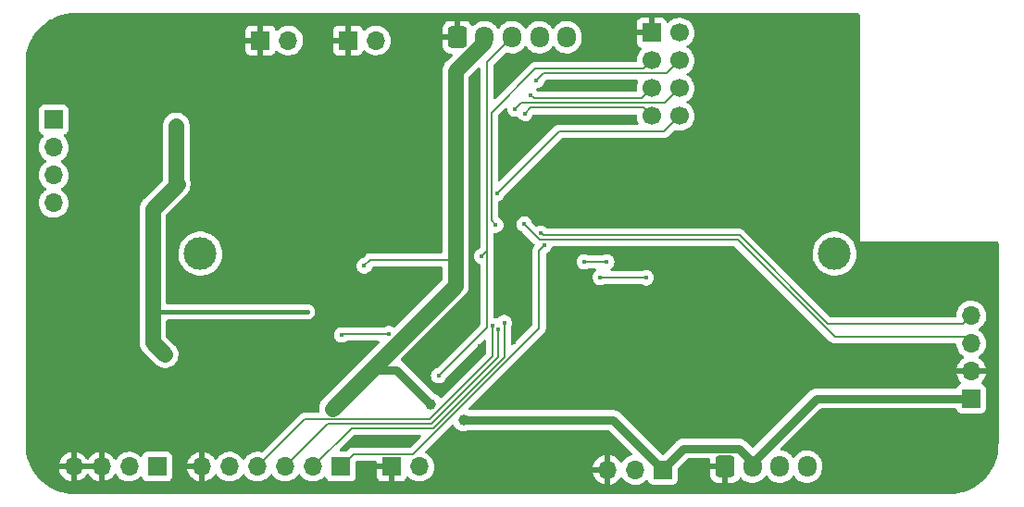
<source format=gbr>
%TF.GenerationSoftware,KiCad,Pcbnew,(6.0.11)*%
%TF.CreationDate,2023-08-09T22:56:24+02:00*%
%TF.ProjectId,Voiture_RC,566f6974-7572-4655-9f52-432e6b696361,rev?*%
%TF.SameCoordinates,Original*%
%TF.FileFunction,Copper,L2,Bot*%
%TF.FilePolarity,Positive*%
%FSLAX46Y46*%
G04 Gerber Fmt 4.6, Leading zero omitted, Abs format (unit mm)*
G04 Created by KiCad (PCBNEW (6.0.11)) date 2023-08-09 22:56:24*
%MOMM*%
%LPD*%
G01*
G04 APERTURE LIST*
G04 Aperture macros list*
%AMRoundRect*
0 Rectangle with rounded corners*
0 $1 Rounding radius*
0 $2 $3 $4 $5 $6 $7 $8 $9 X,Y pos of 4 corners*
0 Add a 4 corners polygon primitive as box body*
4,1,4,$2,$3,$4,$5,$6,$7,$8,$9,$2,$3,0*
0 Add four circle primitives for the rounded corners*
1,1,$1+$1,$2,$3*
1,1,$1+$1,$4,$5*
1,1,$1+$1,$6,$7*
1,1,$1+$1,$8,$9*
0 Add four rect primitives between the rounded corners*
20,1,$1+$1,$2,$3,$4,$5,0*
20,1,$1+$1,$4,$5,$6,$7,0*
20,1,$1+$1,$6,$7,$8,$9,0*
20,1,$1+$1,$8,$9,$2,$3,0*%
G04 Aperture macros list end*
%TA.AperFunction,ComponentPad*%
%ADD10R,1.700000X1.700000*%
%TD*%
%TA.AperFunction,ComponentPad*%
%ADD11O,1.700000X1.700000*%
%TD*%
%TA.AperFunction,ComponentPad*%
%ADD12RoundRect,0.250000X-0.600000X-0.725000X0.600000X-0.725000X0.600000X0.725000X-0.600000X0.725000X0*%
%TD*%
%TA.AperFunction,ComponentPad*%
%ADD13O,1.700000X1.950000*%
%TD*%
%TA.AperFunction,ComponentPad*%
%ADD14C,1.700000*%
%TD*%
%TA.AperFunction,ViaPad*%
%ADD15C,3.000000*%
%TD*%
%TA.AperFunction,ViaPad*%
%ADD16C,0.400000*%
%TD*%
%TA.AperFunction,ViaPad*%
%ADD17C,1.000000*%
%TD*%
%TA.AperFunction,Conductor*%
%ADD18C,1.400000*%
%TD*%
%TA.AperFunction,Conductor*%
%ADD19C,0.800000*%
%TD*%
%TA.AperFunction,Conductor*%
%ADD20C,0.200000*%
%TD*%
%TA.AperFunction,Conductor*%
%ADD21C,0.400000*%
%TD*%
G04 APERTURE END LIST*
D10*
%TO.P,J4,1,Pin_1*%
%TO.N,GND*%
X164000000Y-147000000D03*
D11*
%TO.P,J4,2,Pin_2*%
%TO.N,Net-(C12-Pad1)*%
X166540000Y-147000000D03*
%TD*%
D10*
%TO.P,J3,1,Pin_1*%
%TO.N,GND*%
X152000000Y-108000000D03*
D11*
%TO.P,J3,2,Pin_2*%
%TO.N,/led_recule*%
X154540000Y-108000000D03*
%TD*%
D12*
%TO.P,J8,1,Pin_1*%
%TO.N,GND*%
X194500000Y-147000000D03*
D13*
%TO.P,J8,2,Pin_2*%
%TO.N,+3V3*%
X197000000Y-147000000D03*
%TO.P,J8,3,Pin_3*%
%TO.N,/DBG_Tx*%
X199500000Y-147000000D03*
%TO.P,J8,4,Pin_4*%
%TO.N,/DBG_Rx*%
X202000000Y-147000000D03*
%TD*%
D10*
%TO.P,J5,1,Pin_1*%
%TO.N,+BATT*%
X142540000Y-147000000D03*
D11*
%TO.P,J5,2,Pin_2*%
X140000000Y-147000000D03*
%TO.P,J5,3,Pin_3*%
%TO.N,GND*%
X137460000Y-147000000D03*
%TO.P,J5,4,Pin_4*%
X134920000Y-147000000D03*
%TD*%
D10*
%TO.P,J2,1,Pin_1*%
%TO.N,/PA11*%
X159350000Y-147000000D03*
D11*
%TO.P,J2,2,Pin_2*%
%TO.N,/PA7*%
X156810000Y-147000000D03*
%TO.P,J2,3,Pin_3*%
%TO.N,/PA6*%
X154270000Y-147000000D03*
%TO.P,J2,4,Pin_4*%
%TO.N,/PA5*%
X151730000Y-147000000D03*
%TO.P,J2,5,Pin_5*%
%TO.N,+3V3*%
X149190000Y-147000000D03*
%TO.P,J2,6,Pin_6*%
%TO.N,GND*%
X146650000Y-147000000D03*
%TD*%
D10*
%TO.P,U3,1,GND*%
%TO.N,GND*%
X187770000Y-107285000D03*
D14*
%TO.P,U3,2,VCC*%
%TO.N,+3V3*%
X190310000Y-107285000D03*
%TO.P,U3,3,CE*%
%TO.N,/CE*%
X187770000Y-109825000D03*
%TO.P,U3,4,~{CSN}*%
%TO.N,/CSN*%
X190310000Y-109825000D03*
%TO.P,U3,5,SCK*%
%TO.N,/SCK*%
X187770000Y-112365000D03*
%TO.P,U3,6,MOSI*%
%TO.N,/MOSI*%
X190310000Y-112365000D03*
%TO.P,U3,7,MISO*%
%TO.N,/MISO*%
X187770000Y-114905000D03*
%TO.P,U3,8,IRQ*%
%TO.N,/IRQ*%
X190310000Y-114905000D03*
%TD*%
D12*
%TO.P,J10,1,Pin_1*%
%TO.N,GND*%
X170000000Y-107700000D03*
D13*
%TO.P,J10,2,Pin_2*%
%TO.N,+3V3*%
X172500000Y-107700000D03*
%TO.P,J10,3,Pin_3*%
%TO.N,/RST*%
X175000000Y-107700000D03*
%TO.P,J10,4,Pin_4*%
%TO.N,/SWDCLK*%
X177500000Y-107700000D03*
%TO.P,J10,5,Pin_5*%
%TO.N,/SWDIO*%
X180000000Y-107700000D03*
%TD*%
D10*
%TO.P,J7,1,Pin_1*%
%TO.N,GND*%
X160000000Y-108000000D03*
D11*
%TO.P,J7,2,Pin_2*%
%TO.N,/led_feu_stop*%
X162540000Y-108000000D03*
%TD*%
D10*
%TO.P,J6,1,Pin_1*%
%TO.N,+3V3*%
X217000000Y-140800000D03*
D11*
%TO.P,J6,2,Pin_2*%
%TO.N,GND*%
X217000000Y-138260000D03*
%TO.P,J6,3,Pin_3*%
%TO.N,/SCL*%
X217000000Y-135720000D03*
%TO.P,J6,4,Pin_4*%
%TO.N,/SDA*%
X217000000Y-133180000D03*
%TD*%
D10*
%TO.P,J9,1,Pin_1*%
%TO.N,Net-(J9-Pad1)*%
X133080100Y-115249200D03*
D11*
%TO.P,J9,2,Pin_2*%
X133080100Y-117789200D03*
%TO.P,J9,3,Pin_3*%
%TO.N,Net-(J9-Pad3)*%
X133080100Y-120329200D03*
%TO.P,J9,4,Pin_4*%
X133080100Y-122869200D03*
%TD*%
D10*
%TO.P,J1,1,Pin_1*%
%TO.N,+3V3*%
X188790000Y-147300000D03*
D11*
%TO.P,J1,2,Pin_2*%
%TO.N,/direction*%
X186250000Y-147300000D03*
%TO.P,J1,3,Pin_3*%
%TO.N,GND*%
X183710000Y-147300000D03*
%TD*%
D15*
%TO.N,*%
X204500000Y-127500000D03*
X146500000Y-127500000D03*
D16*
%TO.N,+3V3*%
X161493200Y-128625600D03*
X181052000Y-142748000D03*
D17*
X170586400Y-142748000D03*
X158572200Y-141681200D03*
X167589200Y-141274800D03*
D16*
%TO.N,GND*%
X180400000Y-148800000D03*
X171400000Y-118600000D03*
X178800000Y-109200000D03*
X150200000Y-135200000D03*
X172000000Y-136000000D03*
X194200000Y-134800000D03*
X151200000Y-143600000D03*
X195000000Y-128400000D03*
X162800000Y-132000000D03*
X196400000Y-121200000D03*
X205800000Y-106800000D03*
X145200000Y-109600000D03*
X208600000Y-144800000D03*
X171400000Y-112000000D03*
X131200000Y-117200000D03*
X157000000Y-118200000D03*
X182000000Y-140600000D03*
X151800000Y-115400000D03*
X198600000Y-142800000D03*
X144000000Y-130200000D03*
X169000000Y-149000000D03*
X177000000Y-137200000D03*
X174800000Y-126000000D03*
X168800000Y-136200000D03*
X146400000Y-111800000D03*
X180400000Y-138000000D03*
X165400000Y-125600000D03*
X153000000Y-144000000D03*
X217000000Y-148200000D03*
X132000000Y-144400000D03*
X201000000Y-107000000D03*
X192600000Y-111000000D03*
X154400000Y-136600000D03*
X201400000Y-122200000D03*
X199000000Y-126200000D03*
X185800000Y-107000000D03*
X216200000Y-144400000D03*
X211600000Y-139200000D03*
X196800000Y-134200000D03*
X153200000Y-106200000D03*
X196400000Y-107200000D03*
X166400000Y-136200000D03*
X136200000Y-136400000D03*
X189200000Y-144800000D03*
X146000000Y-144400000D03*
X168000000Y-120600000D03*
X175000000Y-127600000D03*
X191200000Y-141800000D03*
X161800000Y-144400000D03*
X210400000Y-127600000D03*
X183600000Y-108200000D03*
X151600000Y-140200000D03*
X170600000Y-132400000D03*
X157400000Y-107800000D03*
X210800000Y-132200000D03*
X214800000Y-127800000D03*
X187400000Y-142800000D03*
X205200000Y-117600000D03*
X205400000Y-111400000D03*
X140200000Y-107400000D03*
X185600000Y-119000000D03*
X176400000Y-109600000D03*
X219000000Y-142200000D03*
X210800000Y-136600000D03*
X219200000Y-137800000D03*
X180800000Y-123600000D03*
X132200000Y-132400000D03*
X205600000Y-124200000D03*
X189000000Y-119600000D03*
X172200000Y-144400000D03*
X181800000Y-120000000D03*
X191600000Y-132200000D03*
X200200000Y-140800000D03*
X174200000Y-130000000D03*
X191000000Y-129000000D03*
X212600000Y-142800000D03*
X144800000Y-107200000D03*
X132200000Y-126600000D03*
X148200000Y-137200000D03*
X144800000Y-148800000D03*
X185200000Y-148800000D03*
X192000000Y-147400000D03*
X138400000Y-149200000D03*
X200600000Y-145200000D03*
X187000000Y-131200000D03*
X160800000Y-125600000D03*
X149800000Y-107000000D03*
X167000000Y-115600000D03*
X178800000Y-119200000D03*
X167400000Y-126200000D03*
X136000000Y-107200000D03*
X166800000Y-131400000D03*
X156200000Y-139200000D03*
X175200000Y-135600000D03*
X161200000Y-149000000D03*
X187000000Y-128000000D03*
X163400000Y-116400000D03*
X169800000Y-144600000D03*
X197000000Y-113800000D03*
X203800000Y-149000000D03*
X183800000Y-131200000D03*
X207000000Y-137800000D03*
X132600000Y-108000000D03*
X199400000Y-132200000D03*
X159200000Y-118600000D03*
X137600000Y-112400000D03*
X149000000Y-110200000D03*
X159800000Y-137000000D03*
X136400000Y-141600000D03*
X181800000Y-112000000D03*
X164000000Y-133000000D03*
X161600000Y-122600000D03*
X218400000Y-146000000D03*
X158400000Y-129200000D03*
X187800000Y-123800000D03*
X192800000Y-118400000D03*
X190400000Y-148800000D03*
X200400000Y-136800000D03*
X174200000Y-115400000D03*
X181800000Y-115200000D03*
X165200000Y-107000000D03*
X137400000Y-122800000D03*
X185600000Y-112400000D03*
X173400000Y-140400000D03*
X160600000Y-113800000D03*
X167800000Y-107000000D03*
X132200000Y-137600000D03*
X140800000Y-143600000D03*
X179000000Y-112200000D03*
X175400000Y-148800000D03*
X197400000Y-138200000D03*
X136000000Y-115800000D03*
X205400000Y-132200000D03*
X176800000Y-140800000D03*
X176600000Y-130000000D03*
X164800000Y-149000000D03*
X174600000Y-111000000D03*
X178800000Y-122400000D03*
X196000000Y-143800000D03*
X187600000Y-139600000D03*
X161200000Y-105800000D03*
X148600000Y-112000000D03*
X147600000Y-118800000D03*
X182200000Y-107000000D03*
X169800000Y-139000000D03*
X182800000Y-144800000D03*
X137200000Y-130400000D03*
X204400000Y-144400000D03*
X218800000Y-128600000D03*
X186800000Y-136200000D03*
X145000000Y-139200000D03*
X215000000Y-136400000D03*
X203600000Y-142600000D03*
X197400000Y-149200000D03*
X155000000Y-130600000D03*
X179400000Y-133200000D03*
X181200000Y-131200000D03*
X201000000Y-117600000D03*
X148200000Y-134800000D03*
X151400000Y-126200000D03*
X156600000Y-124600000D03*
X173800000Y-112200000D03*
X158000000Y-111400000D03*
X171400000Y-122800000D03*
X159600000Y-133600000D03*
X178800000Y-115200000D03*
X167400000Y-112000000D03*
X157000000Y-115400000D03*
X192200000Y-123400000D03*
X164600000Y-112000000D03*
X133200000Y-110000000D03*
X132200000Y-141200000D03*
X152600000Y-149200000D03*
X140000000Y-129800000D03*
X218800000Y-133800000D03*
X185000000Y-115400000D03*
X155600000Y-113000000D03*
X183600000Y-138400000D03*
X152000000Y-121600000D03*
%TO.N,/mesure_VBat*%
X163753800Y-134848600D03*
X159435800Y-134950200D03*
D17*
%TO.N,+BATT*%
X144399000Y-121183400D03*
X143281400Y-136753600D03*
X142163800Y-124383800D03*
X144297400Y-115798600D03*
D16*
X156260800Y-132842000D03*
%TO.N,/RST*%
X172237400Y-127736600D03*
X168300400Y-138684000D03*
%TO.N,/PA5*%
X173250000Y-134090000D03*
%TO.N,/PA6*%
X173736000Y-134467600D03*
%TO.N,/SCL*%
X176123600Y-124815600D03*
%TO.N,/SDA*%
X177644366Y-125643688D03*
%TO.N,/led_r*%
X181610000Y-128270000D03*
X183652300Y-128259700D03*
%TO.N,/led_v*%
X183083200Y-129692400D03*
X187274200Y-129717800D03*
%TO.N,/PA7*%
X174294800Y-133807200D03*
%TO.N,/CSN*%
X177241200Y-111633000D03*
%TO.N,/SCK*%
X176682400Y-112979200D03*
%TO.N,/MISO*%
X176174400Y-114681000D03*
%TO.N,/MOSI*%
X175285400Y-114274600D03*
%TO.N,/IRQ*%
X173634400Y-121996200D03*
%TO.N,/CE*%
X173507400Y-124891800D03*
%TO.N,/PA11*%
X177948400Y-126750000D03*
%TD*%
D18*
%TO.N,+3V3*%
X162115500Y-138137900D02*
X169824400Y-130429000D01*
X172500000Y-108151346D02*
X172500000Y-107700000D01*
D19*
X190703200Y-145338800D02*
X188790000Y-147252000D01*
X181052000Y-142748000D02*
X170586400Y-142748000D01*
D20*
X162052000Y-128066800D02*
X169824400Y-128066800D01*
D19*
X202845600Y-140765600D02*
X196645600Y-146965600D01*
D18*
X158572200Y-141681200D02*
X162115500Y-138137900D01*
D19*
X184238000Y-142748000D02*
X181052000Y-142748000D01*
X188790000Y-147300000D02*
X184238000Y-142748000D01*
D20*
X161493200Y-128625600D02*
X162052000Y-128066800D01*
D18*
X169824400Y-130429000D02*
X169824400Y-128066800D01*
D19*
X195732400Y-145338800D02*
X190703200Y-145338800D01*
X216645600Y-140765600D02*
X202845600Y-140765600D01*
X164452300Y-138137900D02*
X162115500Y-138137900D01*
D18*
X169824400Y-128066800D02*
X169824400Y-110826946D01*
X169824400Y-110826946D02*
X172500000Y-108151346D01*
D19*
X197000000Y-146606400D02*
X195732400Y-145338800D01*
X197000000Y-147000000D02*
X197000000Y-146606400D01*
X167589200Y-141274800D02*
X164452300Y-138137900D01*
X188790000Y-147252000D02*
X188790000Y-147300000D01*
D20*
%TO.N,/mesure_VBat*%
X163728400Y-134874000D02*
X159512000Y-134874000D01*
X159512000Y-134874000D02*
X159435800Y-134950200D01*
X163753800Y-134848600D02*
X163728400Y-134874000D01*
X159435800Y-134950200D02*
X159410400Y-134975600D01*
D18*
%TO.N,+BATT*%
X142163800Y-123418600D02*
X142163800Y-124383800D01*
D21*
X156260800Y-132842000D02*
X142392400Y-132842000D01*
D18*
X142163800Y-133070600D02*
X142163800Y-135636000D01*
X144399000Y-121183400D02*
X142163800Y-123418600D01*
X142163800Y-124383800D02*
X142163800Y-133070600D01*
X144297400Y-115798600D02*
X144297400Y-121081800D01*
D21*
X142392400Y-132842000D02*
X142163800Y-133070600D01*
D19*
X144297400Y-121081800D02*
X144399000Y-121183400D01*
D18*
X142163800Y-135636000D02*
X143281400Y-136753600D01*
D20*
%TO.N,/RST*%
X172701000Y-127031800D02*
X172701000Y-134283400D01*
X172701000Y-127031800D02*
X172701000Y-127273000D01*
X175000000Y-107700000D02*
X172701000Y-109999000D01*
X172701000Y-109999000D02*
X172701000Y-127031800D01*
X172701000Y-134283400D02*
X168300400Y-138684000D01*
X172701000Y-127273000D02*
X172237400Y-127736600D01*
%TO.N,/PA5*%
X156048799Y-142681201D02*
X151730000Y-147000000D01*
X167432141Y-142681201D02*
X156048799Y-142681201D01*
X173236000Y-136877342D02*
X167432141Y-142681201D01*
X173250000Y-134090000D02*
X173236000Y-134104000D01*
X173236000Y-134104000D02*
X173236000Y-136877342D01*
%TO.N,/PA6*%
X154270000Y-147000000D02*
X158188799Y-143081201D01*
X173736000Y-136943028D02*
X173736000Y-134467600D01*
X167597827Y-143081201D02*
X173736000Y-136943028D01*
X158188799Y-143081201D02*
X167597827Y-143081201D01*
%TO.N,/SCL*%
X176123600Y-124830029D02*
X177531571Y-126238000D01*
X216408000Y-135128000D02*
X217000000Y-135720000D01*
X204513914Y-135128000D02*
X216408000Y-135128000D01*
X176123600Y-124815600D02*
X176123600Y-124830029D01*
X177531571Y-126238000D02*
X195623914Y-126238000D01*
X195623914Y-126238000D02*
X204513914Y-135128000D01*
%TO.N,/SDA*%
X203911200Y-133959600D02*
X216220400Y-133959600D01*
X216220400Y-133959600D02*
X217000000Y-133180000D01*
X195789599Y-125838000D02*
X203911200Y-133959600D01*
X177838678Y-125838000D02*
X195789599Y-125838000D01*
X177644366Y-125643688D02*
X177838678Y-125838000D01*
%TO.N,/led_r*%
X183642000Y-128270000D02*
X181610000Y-128270000D01*
X183652300Y-128259700D02*
X183642000Y-128270000D01*
%TO.N,/led_v*%
X187274200Y-129717800D02*
X187248800Y-129692400D01*
X187248800Y-129692400D02*
X183083200Y-129692400D01*
%TO.N,/PA7*%
X156810000Y-147000000D02*
X160328799Y-143481201D01*
X174294800Y-136949914D02*
X174294800Y-133807200D01*
X167763513Y-143481201D02*
X174294800Y-136949914D01*
X160328799Y-143481201D02*
X167763513Y-143481201D01*
%TO.N,/CSN*%
X190310000Y-109825000D02*
X189137000Y-110998000D01*
X177876200Y-110998000D02*
X177241200Y-111633000D01*
X189137000Y-110998000D02*
X177876200Y-110998000D01*
%TO.N,/SCK*%
X187770000Y-112365000D02*
X186819200Y-113315800D01*
X177019000Y-113315800D02*
X176682400Y-112979200D01*
X186819200Y-113315800D02*
X177019000Y-113315800D01*
%TO.N,/MISO*%
X187770000Y-114905000D02*
X187020000Y-114155000D01*
X187020000Y-114155000D02*
X176700400Y-114155000D01*
X176700400Y-114155000D02*
X176174400Y-114681000D01*
%TO.N,/MOSI*%
X190310000Y-112365000D02*
X188959200Y-113715800D01*
X175844200Y-113715800D02*
X175285400Y-114274600D01*
X188959200Y-113715800D02*
X175844200Y-113715800D01*
%TO.N,/IRQ*%
X179324000Y-116306600D02*
X173634400Y-121996200D01*
X188908400Y-116306600D02*
X179324000Y-116306600D01*
X190310000Y-114905000D02*
X188908400Y-116306600D01*
%TO.N,/CE*%
X186997000Y-110598000D02*
X187770000Y-109825000D01*
X173101000Y-114604800D02*
X177107800Y-110598000D01*
X177107800Y-110598000D02*
X186997000Y-110598000D01*
X173101000Y-124485400D02*
X173101000Y-114604800D01*
X173507400Y-124891800D02*
X173101000Y-124485400D01*
%TO.N,/PA11*%
X160500000Y-145850000D02*
X159350000Y-147000000D01*
X177495200Y-134315200D02*
X165960400Y-145850000D01*
X177948400Y-126750000D02*
X177495200Y-127203200D01*
X165960400Y-145850000D02*
X160500000Y-145850000D01*
X177495200Y-127203200D02*
X177495200Y-134315200D01*
%TD*%
%TA.AperFunction,Conductor*%
%TO.N,GND*%
G36*
X206742121Y-105528502D02*
G01*
X206788614Y-105582158D01*
X206800000Y-105634500D01*
X206800000Y-126400000D01*
X219365500Y-126400000D01*
X219433621Y-126420002D01*
X219480114Y-126473658D01*
X219491500Y-126526000D01*
X219491500Y-144950633D01*
X219490000Y-144970018D01*
X219487690Y-144984851D01*
X219487690Y-144984855D01*
X219486309Y-144993724D01*
X219488984Y-145014183D01*
X219489928Y-145036007D01*
X219474648Y-145385964D01*
X219473690Y-145396913D01*
X219424129Y-145773377D01*
X219423982Y-145774490D01*
X219422074Y-145785307D01*
X219341950Y-146146727D01*
X219339647Y-146157114D01*
X219336802Y-146167731D01*
X219224224Y-146524783D01*
X219222285Y-146530932D01*
X219218529Y-146541254D01*
X219081530Y-146872000D01*
X219072784Y-146893114D01*
X219068142Y-146903067D01*
X218922476Y-147182890D01*
X218892295Y-147240867D01*
X218886799Y-147250387D01*
X218682180Y-147571574D01*
X218675876Y-147580578D01*
X218444038Y-147882716D01*
X218436972Y-147891137D01*
X218179686Y-148171914D01*
X218171914Y-148179686D01*
X217891137Y-148436972D01*
X217882716Y-148444038D01*
X217580578Y-148675876D01*
X217571574Y-148682180D01*
X217250387Y-148886799D01*
X217240868Y-148892294D01*
X216903067Y-149068142D01*
X216893123Y-149072780D01*
X216541254Y-149218529D01*
X216530939Y-149222282D01*
X216167732Y-149336802D01*
X216157115Y-149339647D01*
X215785307Y-149422074D01*
X215774498Y-149423981D01*
X215396914Y-149473690D01*
X215385965Y-149474648D01*
X215043446Y-149489603D01*
X215018571Y-149488223D01*
X215006276Y-149486309D01*
X214997374Y-149487473D01*
X214997372Y-149487473D01*
X214982323Y-149489441D01*
X214974714Y-149490436D01*
X214958379Y-149491500D01*
X135049367Y-149491500D01*
X135029982Y-149490000D01*
X135015149Y-149487690D01*
X135015145Y-149487690D01*
X135006276Y-149486309D01*
X134985817Y-149488984D01*
X134963993Y-149489928D01*
X134614035Y-149474648D01*
X134603086Y-149473690D01*
X134225502Y-149423981D01*
X134214693Y-149422074D01*
X133842885Y-149339647D01*
X133832268Y-149336802D01*
X133469061Y-149222282D01*
X133458746Y-149218529D01*
X133106877Y-149072780D01*
X133096933Y-149068142D01*
X132759132Y-148892294D01*
X132749613Y-148886799D01*
X132428426Y-148682180D01*
X132419422Y-148675876D01*
X132117284Y-148444038D01*
X132108863Y-148436972D01*
X131828086Y-148179686D01*
X131820314Y-148171914D01*
X131563028Y-147891137D01*
X131555962Y-147882716D01*
X131324124Y-147580578D01*
X131317820Y-147571574D01*
X131124400Y-147267966D01*
X133588257Y-147267966D01*
X133618565Y-147402446D01*
X133621645Y-147412275D01*
X133701770Y-147609603D01*
X133706413Y-147618794D01*
X133817694Y-147800388D01*
X133823777Y-147808699D01*
X133963213Y-147969667D01*
X133970580Y-147976883D01*
X134134434Y-148112916D01*
X134142881Y-148118831D01*
X134326756Y-148226279D01*
X134336042Y-148230729D01*
X134535001Y-148306703D01*
X134544899Y-148309579D01*
X134648250Y-148330606D01*
X134662299Y-148329410D01*
X134666000Y-148319065D01*
X134666000Y-148318517D01*
X135174000Y-148318517D01*
X135178064Y-148332359D01*
X135191478Y-148334393D01*
X135198184Y-148333534D01*
X135208262Y-148331392D01*
X135412255Y-148270191D01*
X135421842Y-148266433D01*
X135613095Y-148172739D01*
X135621945Y-148167464D01*
X135795328Y-148043792D01*
X135803200Y-148037139D01*
X135954052Y-147886812D01*
X135960730Y-147878965D01*
X136088022Y-147701819D01*
X136089147Y-147702627D01*
X136136669Y-147658876D01*
X136206607Y-147646661D01*
X136272046Y-147674197D01*
X136299870Y-147706028D01*
X136357690Y-147800383D01*
X136363777Y-147808699D01*
X136503213Y-147969667D01*
X136510580Y-147976883D01*
X136674434Y-148112916D01*
X136682881Y-148118831D01*
X136866756Y-148226279D01*
X136876042Y-148230729D01*
X137075001Y-148306703D01*
X137084899Y-148309579D01*
X137188250Y-148330606D01*
X137202299Y-148329410D01*
X137206000Y-148319065D01*
X137206000Y-148318517D01*
X137714000Y-148318517D01*
X137718064Y-148332359D01*
X137731478Y-148334393D01*
X137738184Y-148333534D01*
X137748262Y-148331392D01*
X137952255Y-148270191D01*
X137961842Y-148266433D01*
X138153095Y-148172739D01*
X138161945Y-148167464D01*
X138335328Y-148043792D01*
X138343200Y-148037139D01*
X138494052Y-147886812D01*
X138500730Y-147878965D01*
X138628022Y-147701819D01*
X138629279Y-147702722D01*
X138676373Y-147659362D01*
X138746311Y-147647145D01*
X138811751Y-147674678D01*
X138839579Y-147706511D01*
X138899987Y-147805088D01*
X139046250Y-147973938D01*
X139218126Y-148116632D01*
X139411000Y-148229338D01*
X139415825Y-148231180D01*
X139415826Y-148231181D01*
X139457875Y-148247238D01*
X139619692Y-148309030D01*
X139624760Y-148310061D01*
X139624763Y-148310062D01*
X139707707Y-148326937D01*
X139838597Y-148353567D01*
X139843772Y-148353757D01*
X139843774Y-148353757D01*
X140056673Y-148361564D01*
X140056677Y-148361564D01*
X140061837Y-148361753D01*
X140066957Y-148361097D01*
X140066959Y-148361097D01*
X140278288Y-148334025D01*
X140278289Y-148334025D01*
X140283416Y-148333368D01*
X140288366Y-148331883D01*
X140492429Y-148270661D01*
X140492434Y-148270659D01*
X140497384Y-148269174D01*
X140697994Y-148170896D01*
X140879860Y-148041173D01*
X140988091Y-147933319D01*
X141050462Y-147899404D01*
X141121268Y-147904592D01*
X141178030Y-147947238D01*
X141195012Y-147978341D01*
X141205573Y-148006511D01*
X141239385Y-148096705D01*
X141326739Y-148213261D01*
X141443295Y-148300615D01*
X141579684Y-148351745D01*
X141641866Y-148358500D01*
X143438134Y-148358500D01*
X143500316Y-148351745D01*
X143636705Y-148300615D01*
X143753261Y-148213261D01*
X143840615Y-148096705D01*
X143891745Y-147960316D01*
X143898500Y-147898134D01*
X143898500Y-147267966D01*
X145318257Y-147267966D01*
X145348565Y-147402446D01*
X145351645Y-147412275D01*
X145431770Y-147609603D01*
X145436413Y-147618794D01*
X145547694Y-147800388D01*
X145553777Y-147808699D01*
X145693213Y-147969667D01*
X145700580Y-147976883D01*
X145864434Y-148112916D01*
X145872881Y-148118831D01*
X146056756Y-148226279D01*
X146066042Y-148230729D01*
X146265001Y-148306703D01*
X146274899Y-148309579D01*
X146378250Y-148330606D01*
X146392299Y-148329410D01*
X146396000Y-148319065D01*
X146396000Y-148318517D01*
X146904000Y-148318517D01*
X146908064Y-148332359D01*
X146921478Y-148334393D01*
X146928184Y-148333534D01*
X146938262Y-148331392D01*
X147142255Y-148270191D01*
X147151842Y-148266433D01*
X147343095Y-148172739D01*
X147351945Y-148167464D01*
X147525328Y-148043792D01*
X147533200Y-148037139D01*
X147684052Y-147886812D01*
X147690730Y-147878965D01*
X147818022Y-147701819D01*
X147819279Y-147702722D01*
X147866373Y-147659362D01*
X147936311Y-147647145D01*
X148001751Y-147674678D01*
X148029579Y-147706511D01*
X148089987Y-147805088D01*
X148236250Y-147973938D01*
X148408126Y-148116632D01*
X148601000Y-148229338D01*
X148605825Y-148231180D01*
X148605826Y-148231181D01*
X148647875Y-148247238D01*
X148809692Y-148309030D01*
X148814760Y-148310061D01*
X148814763Y-148310062D01*
X148897707Y-148326937D01*
X149028597Y-148353567D01*
X149033772Y-148353757D01*
X149033774Y-148353757D01*
X149246673Y-148361564D01*
X149246677Y-148361564D01*
X149251837Y-148361753D01*
X149256957Y-148361097D01*
X149256959Y-148361097D01*
X149468288Y-148334025D01*
X149468289Y-148334025D01*
X149473416Y-148333368D01*
X149478366Y-148331883D01*
X149682429Y-148270661D01*
X149682434Y-148270659D01*
X149687384Y-148269174D01*
X149887994Y-148170896D01*
X150069860Y-148041173D01*
X150089459Y-148021643D01*
X150170701Y-147940684D01*
X150228096Y-147883489D01*
X150234767Y-147874206D01*
X150358453Y-147702077D01*
X150359776Y-147703028D01*
X150406645Y-147659857D01*
X150476580Y-147647625D01*
X150542026Y-147675144D01*
X150569875Y-147706994D01*
X150629987Y-147805088D01*
X150776250Y-147973938D01*
X150948126Y-148116632D01*
X151141000Y-148229338D01*
X151145825Y-148231180D01*
X151145826Y-148231181D01*
X151187875Y-148247238D01*
X151349692Y-148309030D01*
X151354760Y-148310061D01*
X151354763Y-148310062D01*
X151437707Y-148326937D01*
X151568597Y-148353567D01*
X151573772Y-148353757D01*
X151573774Y-148353757D01*
X151786673Y-148361564D01*
X151786677Y-148361564D01*
X151791837Y-148361753D01*
X151796957Y-148361097D01*
X151796959Y-148361097D01*
X152008288Y-148334025D01*
X152008289Y-148334025D01*
X152013416Y-148333368D01*
X152018366Y-148331883D01*
X152222429Y-148270661D01*
X152222434Y-148270659D01*
X152227384Y-148269174D01*
X152427994Y-148170896D01*
X152609860Y-148041173D01*
X152629459Y-148021643D01*
X152710701Y-147940684D01*
X152768096Y-147883489D01*
X152774767Y-147874206D01*
X152898453Y-147702077D01*
X152899776Y-147703028D01*
X152946645Y-147659857D01*
X153016580Y-147647625D01*
X153082026Y-147675144D01*
X153109875Y-147706994D01*
X153169987Y-147805088D01*
X153316250Y-147973938D01*
X153488126Y-148116632D01*
X153681000Y-148229338D01*
X153685825Y-148231180D01*
X153685826Y-148231181D01*
X153727875Y-148247238D01*
X153889692Y-148309030D01*
X153894760Y-148310061D01*
X153894763Y-148310062D01*
X153977707Y-148326937D01*
X154108597Y-148353567D01*
X154113772Y-148353757D01*
X154113774Y-148353757D01*
X154326673Y-148361564D01*
X154326677Y-148361564D01*
X154331837Y-148361753D01*
X154336957Y-148361097D01*
X154336959Y-148361097D01*
X154548288Y-148334025D01*
X154548289Y-148334025D01*
X154553416Y-148333368D01*
X154558366Y-148331883D01*
X154762429Y-148270661D01*
X154762434Y-148270659D01*
X154767384Y-148269174D01*
X154967994Y-148170896D01*
X155149860Y-148041173D01*
X155169459Y-148021643D01*
X155250701Y-147940684D01*
X155308096Y-147883489D01*
X155314767Y-147874206D01*
X155438453Y-147702077D01*
X155439776Y-147703028D01*
X155486645Y-147659857D01*
X155556580Y-147647625D01*
X155622026Y-147675144D01*
X155649875Y-147706994D01*
X155709987Y-147805088D01*
X155856250Y-147973938D01*
X156028126Y-148116632D01*
X156221000Y-148229338D01*
X156225825Y-148231180D01*
X156225826Y-148231181D01*
X156267875Y-148247238D01*
X156429692Y-148309030D01*
X156434760Y-148310061D01*
X156434763Y-148310062D01*
X156517707Y-148326937D01*
X156648597Y-148353567D01*
X156653772Y-148353757D01*
X156653774Y-148353757D01*
X156866673Y-148361564D01*
X156866677Y-148361564D01*
X156871837Y-148361753D01*
X156876957Y-148361097D01*
X156876959Y-148361097D01*
X157088288Y-148334025D01*
X157088289Y-148334025D01*
X157093416Y-148333368D01*
X157098366Y-148331883D01*
X157302429Y-148270661D01*
X157302434Y-148270659D01*
X157307384Y-148269174D01*
X157507994Y-148170896D01*
X157689860Y-148041173D01*
X157798091Y-147933319D01*
X157860462Y-147899404D01*
X157931268Y-147904592D01*
X157988030Y-147947238D01*
X158005012Y-147978341D01*
X158015573Y-148006511D01*
X158049385Y-148096705D01*
X158136739Y-148213261D01*
X158253295Y-148300615D01*
X158389684Y-148351745D01*
X158451866Y-148358500D01*
X160248134Y-148358500D01*
X160310316Y-148351745D01*
X160446705Y-148300615D01*
X160563261Y-148213261D01*
X160650615Y-148096705D01*
X160701745Y-147960316D01*
X160708500Y-147898134D01*
X160708500Y-147894669D01*
X162642001Y-147894669D01*
X162642371Y-147901490D01*
X162647895Y-147952352D01*
X162651521Y-147967604D01*
X162696676Y-148088054D01*
X162705214Y-148103649D01*
X162781715Y-148205724D01*
X162794276Y-148218285D01*
X162896351Y-148294786D01*
X162911946Y-148303324D01*
X163032394Y-148348478D01*
X163047649Y-148352105D01*
X163098514Y-148357631D01*
X163105328Y-148358000D01*
X163727885Y-148358000D01*
X163743124Y-148353525D01*
X163744329Y-148352135D01*
X163746000Y-148344452D01*
X163746000Y-147272115D01*
X163741525Y-147256876D01*
X163740135Y-147255671D01*
X163732452Y-147254000D01*
X162660116Y-147254000D01*
X162644877Y-147258475D01*
X162643672Y-147259865D01*
X162642001Y-147267548D01*
X162642001Y-147894669D01*
X160708500Y-147894669D01*
X160708500Y-146584500D01*
X160728502Y-146516379D01*
X160782158Y-146469886D01*
X160834500Y-146458500D01*
X162516000Y-146458500D01*
X162584121Y-146478502D01*
X162630614Y-146532158D01*
X162642000Y-146584500D01*
X162642000Y-146727885D01*
X162646475Y-146743124D01*
X162647865Y-146744329D01*
X162655548Y-146746000D01*
X164128000Y-146746000D01*
X164196121Y-146766002D01*
X164242614Y-146819658D01*
X164254000Y-146872000D01*
X164254000Y-148339884D01*
X164258475Y-148355123D01*
X164259865Y-148356328D01*
X164267548Y-148357999D01*
X164894669Y-148357999D01*
X164901490Y-148357629D01*
X164952352Y-148352105D01*
X164967604Y-148348479D01*
X165088054Y-148303324D01*
X165103649Y-148294786D01*
X165205724Y-148218285D01*
X165218285Y-148205724D01*
X165294786Y-148103649D01*
X165303324Y-148088054D01*
X165344225Y-147978952D01*
X165386867Y-147922188D01*
X165453428Y-147897488D01*
X165522777Y-147912696D01*
X165557444Y-147940684D01*
X165582865Y-147970031D01*
X165582869Y-147970035D01*
X165586250Y-147973938D01*
X165758126Y-148116632D01*
X165951000Y-148229338D01*
X165955825Y-148231180D01*
X165955826Y-148231181D01*
X165997875Y-148247238D01*
X166159692Y-148309030D01*
X166164760Y-148310061D01*
X166164763Y-148310062D01*
X166247707Y-148326937D01*
X166378597Y-148353567D01*
X166383772Y-148353757D01*
X166383774Y-148353757D01*
X166596673Y-148361564D01*
X166596677Y-148361564D01*
X166601837Y-148361753D01*
X166606957Y-148361097D01*
X166606959Y-148361097D01*
X166818288Y-148334025D01*
X166818289Y-148334025D01*
X166823416Y-148333368D01*
X166828366Y-148331883D01*
X167032429Y-148270661D01*
X167032434Y-148270659D01*
X167037384Y-148269174D01*
X167237994Y-148170896D01*
X167419860Y-148041173D01*
X167439459Y-148021643D01*
X167520701Y-147940684D01*
X167578096Y-147883489D01*
X167584767Y-147874206D01*
X167705435Y-147706277D01*
X167708453Y-147702077D01*
X167721995Y-147674678D01*
X167774735Y-147567966D01*
X182378257Y-147567966D01*
X182408565Y-147702446D01*
X182411645Y-147712275D01*
X182491770Y-147909603D01*
X182496413Y-147918794D01*
X182607694Y-148100388D01*
X182613777Y-148108699D01*
X182753213Y-148269667D01*
X182760580Y-148276883D01*
X182924434Y-148412916D01*
X182932881Y-148418831D01*
X183116756Y-148526279D01*
X183126042Y-148530729D01*
X183325001Y-148606703D01*
X183334899Y-148609579D01*
X183438250Y-148630606D01*
X183452299Y-148629410D01*
X183456000Y-148619065D01*
X183456000Y-147572115D01*
X183451525Y-147556876D01*
X183450135Y-147555671D01*
X183442452Y-147554000D01*
X182393225Y-147554000D01*
X182379694Y-147557973D01*
X182378257Y-147567966D01*
X167774735Y-147567966D01*
X167805136Y-147506453D01*
X167805137Y-147506451D01*
X167807430Y-147501811D01*
X167872370Y-147288069D01*
X167901529Y-147066590D01*
X167902115Y-147042607D01*
X167902321Y-147034183D01*
X182374389Y-147034183D01*
X182375912Y-147042607D01*
X182388292Y-147046000D01*
X183437885Y-147046000D01*
X183453124Y-147041525D01*
X183454329Y-147040135D01*
X183456000Y-147032452D01*
X183456000Y-145983102D01*
X183452082Y-145969758D01*
X183437806Y-145967771D01*
X183399324Y-145973660D01*
X183389288Y-145976051D01*
X183186868Y-146042212D01*
X183177359Y-146046209D01*
X182988463Y-146144542D01*
X182979738Y-146150036D01*
X182809433Y-146277905D01*
X182801726Y-146284748D01*
X182654590Y-146438717D01*
X182648104Y-146446727D01*
X182528098Y-146622649D01*
X182523000Y-146631623D01*
X182433338Y-146824783D01*
X182429775Y-146834470D01*
X182374389Y-147034183D01*
X167902321Y-147034183D01*
X167903074Y-147003365D01*
X167903074Y-147003361D01*
X167903156Y-147000000D01*
X167884852Y-146777361D01*
X167830431Y-146560702D01*
X167741354Y-146355840D01*
X167648251Y-146211925D01*
X167622822Y-146172617D01*
X167622820Y-146172614D01*
X167620014Y-146168277D01*
X167469670Y-146003051D01*
X167465619Y-145999852D01*
X167465615Y-145999848D01*
X167298414Y-145867800D01*
X167298410Y-145867798D01*
X167294359Y-145864598D01*
X167258028Y-145844542D01*
X167223404Y-145825429D01*
X167126576Y-145771977D01*
X167076606Y-145721545D01*
X167061834Y-145652102D01*
X167086950Y-145585697D01*
X167098375Y-145572574D01*
X169489997Y-143180952D01*
X169552309Y-143146926D01*
X169623124Y-143151991D01*
X169679960Y-143194538D01*
X169691154Y-143212445D01*
X169734587Y-143296956D01*
X169857435Y-143451953D01*
X169862128Y-143455947D01*
X169862129Y-143455948D01*
X169919526Y-143504796D01*
X170008050Y-143580136D01*
X170180694Y-143676624D01*
X170368792Y-143737740D01*
X170565177Y-143761158D01*
X170571312Y-143760686D01*
X170571314Y-143760686D01*
X170756230Y-143746457D01*
X170756234Y-143746456D01*
X170762372Y-143745984D01*
X170952863Y-143692798D01*
X170997929Y-143670033D01*
X171054738Y-143656500D01*
X183809497Y-143656500D01*
X183877618Y-143676502D01*
X183898592Y-143693405D01*
X185973671Y-145768484D01*
X186007697Y-145830796D01*
X186002632Y-145901611D01*
X185960085Y-145958447D01*
X185923722Y-145977344D01*
X185883295Y-145990558D01*
X185721756Y-146043357D01*
X185523607Y-146146507D01*
X185519474Y-146149610D01*
X185519471Y-146149612D01*
X185349100Y-146277530D01*
X185344965Y-146280635D01*
X185190629Y-146442138D01*
X185187715Y-146446410D01*
X185187714Y-146446411D01*
X185082898Y-146600066D01*
X185027987Y-146645069D01*
X184957462Y-146653240D01*
X184893715Y-146621986D01*
X184873018Y-146597502D01*
X184792426Y-146472926D01*
X184786136Y-146464757D01*
X184642806Y-146307240D01*
X184635273Y-146300215D01*
X184468139Y-146168222D01*
X184459552Y-146162517D01*
X184273117Y-146059599D01*
X184263705Y-146055369D01*
X184062959Y-145984280D01*
X184052988Y-145981646D01*
X183981837Y-145968972D01*
X183968540Y-145970432D01*
X183964000Y-145984989D01*
X183964000Y-148618517D01*
X183968064Y-148632359D01*
X183981478Y-148634393D01*
X183988184Y-148633534D01*
X183998262Y-148631392D01*
X184202255Y-148570191D01*
X184211842Y-148566433D01*
X184403095Y-148472739D01*
X184411945Y-148467464D01*
X184585328Y-148343792D01*
X184593200Y-148337139D01*
X184744052Y-148186812D01*
X184750730Y-148178965D01*
X184878022Y-148001819D01*
X184879279Y-148002722D01*
X184926373Y-147959362D01*
X184996311Y-147947145D01*
X185061751Y-147974678D01*
X185089579Y-148006511D01*
X185149987Y-148105088D01*
X185296250Y-148273938D01*
X185397661Y-148358131D01*
X185463530Y-148412816D01*
X185468126Y-148416632D01*
X185661000Y-148529338D01*
X185869692Y-148609030D01*
X185874760Y-148610061D01*
X185874763Y-148610062D01*
X185969862Y-148629410D01*
X186088597Y-148653567D01*
X186093772Y-148653757D01*
X186093774Y-148653757D01*
X186306673Y-148661564D01*
X186306677Y-148661564D01*
X186311837Y-148661753D01*
X186316957Y-148661097D01*
X186316959Y-148661097D01*
X186528288Y-148634025D01*
X186528289Y-148634025D01*
X186533416Y-148633368D01*
X186538366Y-148631883D01*
X186742429Y-148570661D01*
X186742434Y-148570659D01*
X186747384Y-148569174D01*
X186947994Y-148470896D01*
X187129860Y-148341173D01*
X187238091Y-148233319D01*
X187300462Y-148199404D01*
X187371268Y-148204592D01*
X187428030Y-148247238D01*
X187445012Y-148278341D01*
X187473213Y-148353567D01*
X187489385Y-148396705D01*
X187576739Y-148513261D01*
X187693295Y-148600615D01*
X187829684Y-148651745D01*
X187891866Y-148658500D01*
X189688134Y-148658500D01*
X189750316Y-148651745D01*
X189886705Y-148600615D01*
X190003261Y-148513261D01*
X190090615Y-148396705D01*
X190141745Y-148260316D01*
X190148500Y-148198134D01*
X190148500Y-147772095D01*
X193142001Y-147772095D01*
X193142338Y-147778614D01*
X193152257Y-147874206D01*
X193155149Y-147887600D01*
X193206588Y-148041784D01*
X193212761Y-148054962D01*
X193298063Y-148192807D01*
X193307099Y-148204208D01*
X193421829Y-148318739D01*
X193433240Y-148327751D01*
X193571243Y-148412816D01*
X193584424Y-148418963D01*
X193738710Y-148470138D01*
X193752086Y-148473005D01*
X193846438Y-148482672D01*
X193852854Y-148483000D01*
X194227885Y-148483000D01*
X194243124Y-148478525D01*
X194244329Y-148477135D01*
X194246000Y-148469452D01*
X194246000Y-147272115D01*
X194241525Y-147256876D01*
X194240135Y-147255671D01*
X194232452Y-147254000D01*
X193160116Y-147254000D01*
X193144877Y-147258475D01*
X193143672Y-147259865D01*
X193142001Y-147267548D01*
X193142001Y-147772095D01*
X190148500Y-147772095D01*
X190148500Y-147230503D01*
X190168502Y-147162382D01*
X190185405Y-147141408D01*
X191042608Y-146284205D01*
X191104920Y-146250179D01*
X191131703Y-146247300D01*
X193016000Y-146247300D01*
X193084121Y-146267302D01*
X193130614Y-146320958D01*
X193142000Y-146373300D01*
X193142000Y-146727885D01*
X193146475Y-146743124D01*
X193147865Y-146744329D01*
X193155548Y-146746000D01*
X194628000Y-146746000D01*
X194696121Y-146766002D01*
X194742614Y-146819658D01*
X194754000Y-146872000D01*
X194754000Y-148464884D01*
X194758475Y-148480123D01*
X194759865Y-148481328D01*
X194767548Y-148482999D01*
X195147095Y-148482999D01*
X195153614Y-148482662D01*
X195249206Y-148472743D01*
X195262600Y-148469851D01*
X195416784Y-148418412D01*
X195429962Y-148412239D01*
X195567807Y-148326937D01*
X195579208Y-148317901D01*
X195693739Y-148203171D01*
X195702753Y-148191757D01*
X195788723Y-148052287D01*
X195841495Y-148004793D01*
X195911566Y-147993369D01*
X195976690Y-148021643D01*
X195987149Y-148031426D01*
X196096576Y-148146135D01*
X196281542Y-148283754D01*
X196286293Y-148286170D01*
X196286297Y-148286172D01*
X196366477Y-148326937D01*
X196487051Y-148388240D01*
X196492145Y-148389822D01*
X196492148Y-148389823D01*
X196692020Y-148451885D01*
X196707227Y-148456607D01*
X196712516Y-148457308D01*
X196930489Y-148486198D01*
X196930494Y-148486198D01*
X196935774Y-148486898D01*
X196941103Y-148486698D01*
X196941105Y-148486698D01*
X197050966Y-148482573D01*
X197166158Y-148478249D01*
X197171468Y-148477135D01*
X197386572Y-148432002D01*
X197391791Y-148430907D01*
X197396750Y-148428949D01*
X197396752Y-148428948D01*
X197601256Y-148348185D01*
X197601258Y-148348184D01*
X197606221Y-148346224D01*
X197626325Y-148334025D01*
X197795806Y-148231181D01*
X197803317Y-148226623D01*
X197871492Y-148167464D01*
X197973412Y-148079023D01*
X197973414Y-148079021D01*
X197977445Y-148075523D01*
X198026710Y-148015440D01*
X198120240Y-147901373D01*
X198120244Y-147901367D01*
X198123624Y-147897245D01*
X198141552Y-147865750D01*
X198192632Y-147816445D01*
X198262262Y-147802583D01*
X198328333Y-147828566D01*
X198355573Y-147857716D01*
X198437441Y-147979319D01*
X198441120Y-147983176D01*
X198441122Y-147983178D01*
X198492599Y-148037139D01*
X198596576Y-148146135D01*
X198781542Y-148283754D01*
X198786293Y-148286170D01*
X198786297Y-148286172D01*
X198866477Y-148326937D01*
X198987051Y-148388240D01*
X198992145Y-148389822D01*
X198992148Y-148389823D01*
X199192020Y-148451885D01*
X199207227Y-148456607D01*
X199212516Y-148457308D01*
X199430489Y-148486198D01*
X199430494Y-148486198D01*
X199435774Y-148486898D01*
X199441103Y-148486698D01*
X199441105Y-148486698D01*
X199550966Y-148482573D01*
X199666158Y-148478249D01*
X199671468Y-148477135D01*
X199886572Y-148432002D01*
X199891791Y-148430907D01*
X199896750Y-148428949D01*
X199896752Y-148428948D01*
X200101256Y-148348185D01*
X200101258Y-148348184D01*
X200106221Y-148346224D01*
X200126325Y-148334025D01*
X200295806Y-148231181D01*
X200303317Y-148226623D01*
X200371492Y-148167464D01*
X200473412Y-148079023D01*
X200473414Y-148079021D01*
X200477445Y-148075523D01*
X200526710Y-148015440D01*
X200620240Y-147901373D01*
X200620244Y-147901367D01*
X200623624Y-147897245D01*
X200641552Y-147865750D01*
X200692632Y-147816445D01*
X200762262Y-147802583D01*
X200828333Y-147828566D01*
X200855573Y-147857716D01*
X200937441Y-147979319D01*
X200941120Y-147983176D01*
X200941122Y-147983178D01*
X200992599Y-148037139D01*
X201096576Y-148146135D01*
X201281542Y-148283754D01*
X201286293Y-148286170D01*
X201286297Y-148286172D01*
X201366477Y-148326937D01*
X201487051Y-148388240D01*
X201492145Y-148389822D01*
X201492148Y-148389823D01*
X201692020Y-148451885D01*
X201707227Y-148456607D01*
X201712516Y-148457308D01*
X201930489Y-148486198D01*
X201930494Y-148486198D01*
X201935774Y-148486898D01*
X201941103Y-148486698D01*
X201941105Y-148486698D01*
X202050966Y-148482573D01*
X202166158Y-148478249D01*
X202171468Y-148477135D01*
X202386572Y-148432002D01*
X202391791Y-148430907D01*
X202396750Y-148428949D01*
X202396752Y-148428948D01*
X202601256Y-148348185D01*
X202601258Y-148348184D01*
X202606221Y-148346224D01*
X202626325Y-148334025D01*
X202795806Y-148231181D01*
X202803317Y-148226623D01*
X202871492Y-148167464D01*
X202973412Y-148079023D01*
X202973414Y-148079021D01*
X202977445Y-148075523D01*
X203026710Y-148015440D01*
X203120240Y-147901373D01*
X203120244Y-147901367D01*
X203123624Y-147897245D01*
X203129115Y-147887600D01*
X203235032Y-147701529D01*
X203237675Y-147696886D01*
X203316337Y-147480175D01*
X203317287Y-147474923D01*
X203356623Y-147257392D01*
X203356624Y-147257385D01*
X203357361Y-147253308D01*
X203358500Y-147229156D01*
X203358500Y-146817110D01*
X203350929Y-146727885D01*
X203344371Y-146650591D01*
X203344370Y-146650587D01*
X203343920Y-146645280D01*
X203342582Y-146640125D01*
X203342581Y-146640119D01*
X203287343Y-146427297D01*
X203287342Y-146427293D01*
X203286001Y-146422128D01*
X203258281Y-146360590D01*
X203193507Y-146216798D01*
X203191312Y-146211925D01*
X203062559Y-146020681D01*
X203043036Y-146000215D01*
X202949430Y-145902092D01*
X202903424Y-145853865D01*
X202890894Y-145844542D01*
X202799945Y-145776874D01*
X202718458Y-145716246D01*
X202713707Y-145713830D01*
X202713703Y-145713828D01*
X202584729Y-145648255D01*
X202512949Y-145611760D01*
X202507855Y-145610178D01*
X202507852Y-145610177D01*
X202297871Y-145544976D01*
X202292773Y-145543393D01*
X202287484Y-145542692D01*
X202069511Y-145513802D01*
X202069506Y-145513802D01*
X202064226Y-145513102D01*
X202058897Y-145513302D01*
X202058895Y-145513302D01*
X201949034Y-145517426D01*
X201833842Y-145521751D01*
X201608209Y-145569093D01*
X201603250Y-145571051D01*
X201603248Y-145571052D01*
X201398744Y-145651815D01*
X201398742Y-145651816D01*
X201393779Y-145653776D01*
X201389220Y-145656543D01*
X201389217Y-145656544D01*
X201290832Y-145716246D01*
X201196683Y-145773377D01*
X201192653Y-145776874D01*
X201037276Y-145911703D01*
X201022555Y-145924477D01*
X201019168Y-145928608D01*
X200879760Y-146098627D01*
X200879756Y-146098633D01*
X200876376Y-146102755D01*
X200858448Y-146134250D01*
X200807368Y-146183555D01*
X200737738Y-146197417D01*
X200671667Y-146171434D01*
X200644427Y-146142284D01*
X200614929Y-146098469D01*
X200562559Y-146020681D01*
X200543036Y-146000215D01*
X200449430Y-145902092D01*
X200403424Y-145853865D01*
X200390894Y-145844542D01*
X200299945Y-145776874D01*
X200218458Y-145716246D01*
X200213707Y-145713830D01*
X200213703Y-145713828D01*
X200084729Y-145648255D01*
X200012949Y-145611760D01*
X200007855Y-145610178D01*
X200007852Y-145610177D01*
X199797871Y-145544976D01*
X199792773Y-145543393D01*
X199657139Y-145525416D01*
X199592237Y-145496638D01*
X199553197Y-145437339D01*
X199552414Y-145366347D01*
X199584599Y-145311414D01*
X203185008Y-141711005D01*
X203247320Y-141676979D01*
X203274103Y-141674100D01*
X215529216Y-141674100D01*
X215597337Y-141694102D01*
X215643830Y-141747758D01*
X215648156Y-141760353D01*
X215648255Y-141760316D01*
X215699385Y-141896705D01*
X215786739Y-142013261D01*
X215903295Y-142100615D01*
X216039684Y-142151745D01*
X216101866Y-142158500D01*
X217898134Y-142158500D01*
X217960316Y-142151745D01*
X218096705Y-142100615D01*
X218213261Y-142013261D01*
X218300615Y-141896705D01*
X218351745Y-141760316D01*
X218358500Y-141698134D01*
X218358500Y-139901866D01*
X218351745Y-139839684D01*
X218300615Y-139703295D01*
X218213261Y-139586739D01*
X218096705Y-139499385D01*
X217977687Y-139454767D01*
X217920923Y-139412125D01*
X217896223Y-139345564D01*
X217911430Y-139276215D01*
X217932977Y-139247535D01*
X218034052Y-139146812D01*
X218040730Y-139138965D01*
X218165003Y-138966020D01*
X218170313Y-138957183D01*
X218264670Y-138766267D01*
X218268469Y-138756672D01*
X218330377Y-138552910D01*
X218332555Y-138542837D01*
X218333986Y-138531962D01*
X218331775Y-138517778D01*
X218318617Y-138514000D01*
X215683225Y-138514000D01*
X215669694Y-138517973D01*
X215668257Y-138527966D01*
X215698565Y-138662446D01*
X215701645Y-138672275D01*
X215781770Y-138869603D01*
X215786413Y-138878794D01*
X215897694Y-139060388D01*
X215903777Y-139068699D01*
X216043213Y-139229667D01*
X216050577Y-139236879D01*
X216055522Y-139240985D01*
X216095156Y-139299889D01*
X216096653Y-139370870D01*
X216059537Y-139431392D01*
X216019264Y-139455910D01*
X215911705Y-139496232D01*
X215911704Y-139496233D01*
X215903295Y-139499385D01*
X215786739Y-139586739D01*
X215699385Y-139703295D01*
X215696233Y-139711703D01*
X215672380Y-139775330D01*
X215629738Y-139832094D01*
X215563177Y-139856794D01*
X215554398Y-139857100D01*
X202927017Y-139857100D01*
X202907308Y-139855549D01*
X202893410Y-139853348D01*
X202886823Y-139853693D01*
X202886818Y-139853693D01*
X202825119Y-139856927D01*
X202818525Y-139857100D01*
X202797990Y-139857100D01*
X202791822Y-139857748D01*
X202777560Y-139859247D01*
X202770985Y-139859764D01*
X202709296Y-139862997D01*
X202709295Y-139862997D01*
X202702696Y-139863343D01*
X202689108Y-139866984D01*
X202669661Y-139870588D01*
X202662244Y-139871367D01*
X202662240Y-139871368D01*
X202655672Y-139872058D01*
X202598876Y-139890512D01*
X202590609Y-139893198D01*
X202584285Y-139895071D01*
X202524610Y-139911061D01*
X202524606Y-139911062D01*
X202518230Y-139912771D01*
X202512348Y-139915768D01*
X202505693Y-139919159D01*
X202487426Y-139926725D01*
X202480328Y-139929031D01*
X202480326Y-139929032D01*
X202474044Y-139931073D01*
X202468322Y-139934376D01*
X202468321Y-139934377D01*
X202414818Y-139965267D01*
X202409023Y-139968414D01*
X202348070Y-139999471D01*
X202342942Y-140003624D01*
X202342940Y-140003625D01*
X202337134Y-140008327D01*
X202320837Y-140019527D01*
X202314376Y-140023257D01*
X202314372Y-140023260D01*
X202308656Y-140026560D01*
X202303750Y-140030977D01*
X202303745Y-140030981D01*
X202257831Y-140072322D01*
X202252816Y-140076606D01*
X202244318Y-140083488D01*
X202236859Y-140089528D01*
X202222344Y-140104043D01*
X202217559Y-140108584D01*
X202166734Y-140154347D01*
X202162855Y-140159686D01*
X202162854Y-140159687D01*
X202158460Y-140165735D01*
X202145619Y-140180768D01*
X197091495Y-145234892D01*
X197029183Y-145268918D01*
X196958368Y-145263853D01*
X196913305Y-145234892D01*
X196432381Y-144753968D01*
X196419540Y-144738935D01*
X196415146Y-144732887D01*
X196415145Y-144732886D01*
X196411266Y-144727547D01*
X196360441Y-144681784D01*
X196355656Y-144677243D01*
X196341141Y-144662728D01*
X196325195Y-144649815D01*
X196325184Y-144649806D01*
X196320169Y-144645522D01*
X196274255Y-144604181D01*
X196274250Y-144604177D01*
X196269344Y-144599760D01*
X196263628Y-144596460D01*
X196263624Y-144596457D01*
X196257163Y-144592727D01*
X196240866Y-144581527D01*
X196235060Y-144576825D01*
X196235058Y-144576824D01*
X196229930Y-144572671D01*
X196168973Y-144541612D01*
X196163182Y-144538467D01*
X196109679Y-144507577D01*
X196109678Y-144507576D01*
X196103956Y-144504273D01*
X196097674Y-144502232D01*
X196097672Y-144502231D01*
X196090574Y-144499925D01*
X196072307Y-144492359D01*
X196059770Y-144485971D01*
X196053389Y-144484261D01*
X196035252Y-144479401D01*
X195993699Y-144468267D01*
X195987397Y-144466400D01*
X195922328Y-144445258D01*
X195915763Y-144444568D01*
X195915754Y-144444566D01*
X195908325Y-144443785D01*
X195888891Y-144440183D01*
X195881686Y-144438253D01*
X195881684Y-144438253D01*
X195875303Y-144436543D01*
X195868712Y-144436198D01*
X195868708Y-144436197D01*
X195807016Y-144432964D01*
X195800442Y-144432447D01*
X195783284Y-144430644D01*
X195783282Y-144430644D01*
X195780010Y-144430300D01*
X195759474Y-144430300D01*
X195752880Y-144430127D01*
X195691182Y-144426893D01*
X195691177Y-144426893D01*
X195684590Y-144426548D01*
X195670692Y-144428749D01*
X195650983Y-144430300D01*
X190784616Y-144430300D01*
X190764907Y-144428749D01*
X190751009Y-144426548D01*
X190744422Y-144426893D01*
X190744417Y-144426893D01*
X190682719Y-144430127D01*
X190676125Y-144430300D01*
X190655590Y-144430300D01*
X190649422Y-144430948D01*
X190635160Y-144432447D01*
X190628585Y-144432964D01*
X190566896Y-144436197D01*
X190566895Y-144436197D01*
X190560296Y-144436543D01*
X190546708Y-144440184D01*
X190527261Y-144443788D01*
X190519844Y-144444567D01*
X190519840Y-144444568D01*
X190513272Y-144445258D01*
X190456476Y-144463712D01*
X190448209Y-144466398D01*
X190441885Y-144468271D01*
X190382210Y-144484261D01*
X190382206Y-144484262D01*
X190375830Y-144485971D01*
X190369948Y-144488968D01*
X190363293Y-144492359D01*
X190345026Y-144499925D01*
X190337928Y-144502231D01*
X190337926Y-144502232D01*
X190331644Y-144504273D01*
X190325922Y-144507577D01*
X190325921Y-144507577D01*
X190272423Y-144538464D01*
X190266626Y-144541612D01*
X190211552Y-144569673D01*
X190211549Y-144569675D01*
X190205669Y-144572671D01*
X190194726Y-144581533D01*
X190178437Y-144592727D01*
X190166256Y-144599760D01*
X190161350Y-144604177D01*
X190161345Y-144604181D01*
X190115421Y-144645531D01*
X190110420Y-144649803D01*
X190094459Y-144662728D01*
X190079944Y-144677243D01*
X190075159Y-144681784D01*
X190024334Y-144727547D01*
X190020455Y-144732886D01*
X190020454Y-144732887D01*
X190016060Y-144738935D01*
X190003219Y-144753968D01*
X188855095Y-145902092D01*
X188792783Y-145936118D01*
X188721968Y-145931053D01*
X188676905Y-145902092D01*
X184937981Y-142163168D01*
X184925140Y-142148135D01*
X184920746Y-142142087D01*
X184920745Y-142142086D01*
X184916866Y-142136747D01*
X184866041Y-142090984D01*
X184861256Y-142086443D01*
X184846741Y-142071928D01*
X184839282Y-142065888D01*
X184830784Y-142059006D01*
X184825769Y-142054722D01*
X184779855Y-142013381D01*
X184779850Y-142013377D01*
X184774944Y-142008960D01*
X184769228Y-142005660D01*
X184769224Y-142005657D01*
X184762763Y-142001927D01*
X184746466Y-141990727D01*
X184740660Y-141986025D01*
X184740658Y-141986024D01*
X184735530Y-141981871D01*
X184674577Y-141950814D01*
X184668782Y-141947667D01*
X184615279Y-141916777D01*
X184615278Y-141916776D01*
X184609556Y-141913473D01*
X184603274Y-141911432D01*
X184603272Y-141911431D01*
X184596174Y-141909125D01*
X184577907Y-141901559D01*
X184565370Y-141895171D01*
X184499299Y-141877467D01*
X184492997Y-141875600D01*
X184427928Y-141854458D01*
X184421363Y-141853768D01*
X184421354Y-141853766D01*
X184413925Y-141852985D01*
X184394491Y-141849383D01*
X184387286Y-141847453D01*
X184387284Y-141847453D01*
X184380903Y-141845743D01*
X184374312Y-141845398D01*
X184374308Y-141845397D01*
X184312616Y-141842164D01*
X184306042Y-141841647D01*
X184288884Y-141839844D01*
X184288882Y-141839844D01*
X184285610Y-141839500D01*
X184265074Y-141839500D01*
X184258480Y-141839327D01*
X184196782Y-141836093D01*
X184196777Y-141836093D01*
X184190190Y-141835748D01*
X184176292Y-141837949D01*
X184156583Y-141839500D01*
X171135639Y-141839500D01*
X171067518Y-141819498D01*
X171021025Y-141765842D01*
X171010921Y-141695568D01*
X171040415Y-141630988D01*
X171046544Y-141624405D01*
X177891434Y-134779515D01*
X177903825Y-134768648D01*
X177922637Y-134754213D01*
X177929187Y-134749187D01*
X177953674Y-134717275D01*
X177953678Y-134717271D01*
X178026724Y-134622076D01*
X178088038Y-134474051D01*
X178108951Y-134315200D01*
X178104778Y-134283501D01*
X178103700Y-134267056D01*
X178103700Y-128262526D01*
X180896335Y-128262526D01*
X180905090Y-128341830D01*
X180911746Y-128402112D01*
X180915153Y-128432975D01*
X180974085Y-128594015D01*
X180978322Y-128600321D01*
X180978324Y-128600324D01*
X180985226Y-128610595D01*
X181069730Y-128736349D01*
X181196565Y-128851760D01*
X181347268Y-128933585D01*
X181513139Y-128977101D01*
X181600586Y-128978474D01*
X181677003Y-128979675D01*
X181677006Y-128979675D01*
X181684602Y-128979794D01*
X181692006Y-128978098D01*
X181692008Y-128978098D01*
X181788824Y-128955924D01*
X181851759Y-128941510D01*
X181950329Y-128891935D01*
X182006942Y-128878500D01*
X182603123Y-128878500D01*
X182671244Y-128898502D01*
X182717737Y-128952158D01*
X182727841Y-129022432D01*
X182698347Y-129087012D01*
X182681747Y-129101774D01*
X182682039Y-129102109D01*
X182552815Y-129214839D01*
X182454210Y-129355139D01*
X182433584Y-129408041D01*
X182406915Y-129476445D01*
X182391918Y-129514909D01*
X182369535Y-129684926D01*
X182388353Y-129855375D01*
X182390962Y-129862506D01*
X182390963Y-129862508D01*
X182408183Y-129909564D01*
X182447285Y-130016415D01*
X182542930Y-130158749D01*
X182669765Y-130274160D01*
X182820468Y-130355985D01*
X182986339Y-130399501D01*
X183073786Y-130400874D01*
X183150203Y-130402075D01*
X183150206Y-130402075D01*
X183157802Y-130402194D01*
X183165206Y-130400498D01*
X183165208Y-130400498D01*
X183228954Y-130385898D01*
X183324959Y-130363910D01*
X183423529Y-130314335D01*
X183480142Y-130300900D01*
X186831233Y-130300900D01*
X186891355Y-130316169D01*
X187011468Y-130381385D01*
X187177339Y-130424901D01*
X187264786Y-130426274D01*
X187341203Y-130427475D01*
X187341206Y-130427475D01*
X187348802Y-130427594D01*
X187356206Y-130425898D01*
X187356208Y-130425898D01*
X187459704Y-130402194D01*
X187515959Y-130389310D01*
X187669158Y-130312259D01*
X187674929Y-130307330D01*
X187674932Y-130307328D01*
X187793778Y-130205823D01*
X187799555Y-130200889D01*
X187899624Y-130061630D01*
X187963585Y-129902520D01*
X187967326Y-129876233D01*
X187987166Y-129736831D01*
X187987166Y-129736827D01*
X187987747Y-129732747D01*
X187987904Y-129717800D01*
X187967302Y-129547558D01*
X187951404Y-129505483D01*
X187909371Y-129394247D01*
X187906687Y-129387144D01*
X187884691Y-129355139D01*
X187813859Y-129252078D01*
X187813858Y-129252076D01*
X187809557Y-129245819D01*
X187803886Y-129240766D01*
X187687193Y-129136796D01*
X187687190Y-129136794D01*
X187681521Y-129131743D01*
X187647299Y-129113623D01*
X187616015Y-129097059D01*
X187529969Y-129051500D01*
X187512396Y-129047086D01*
X187371022Y-129011575D01*
X187371018Y-129011575D01*
X187363651Y-129009724D01*
X187356052Y-129009684D01*
X187356050Y-129009684D01*
X187284594Y-129009310D01*
X187192169Y-129008826D01*
X187184789Y-129010598D01*
X187184787Y-129010598D01*
X187032802Y-129047086D01*
X187032798Y-129047087D01*
X187025423Y-129048858D01*
X186996284Y-129063898D01*
X186984721Y-129069866D01*
X186926931Y-129083900D01*
X184117153Y-129083900D01*
X184049032Y-129063898D01*
X184002539Y-129010242D01*
X183992435Y-128939968D01*
X184021929Y-128875388D01*
X184044448Y-128855572D01*
X184047258Y-128854159D01*
X184177655Y-128742789D01*
X184277724Y-128603530D01*
X184341685Y-128444420D01*
X184362891Y-128295419D01*
X184365266Y-128278731D01*
X184365266Y-128278727D01*
X184365847Y-128274647D01*
X184366004Y-128259700D01*
X184345402Y-128089458D01*
X184342538Y-128081877D01*
X184287471Y-127936147D01*
X184284787Y-127929044D01*
X184259345Y-127892025D01*
X184191959Y-127793978D01*
X184191958Y-127793976D01*
X184187657Y-127787719D01*
X184152655Y-127756533D01*
X184065293Y-127678696D01*
X184065290Y-127678694D01*
X184059621Y-127673643D01*
X184010182Y-127647466D01*
X183936259Y-127608326D01*
X183908069Y-127593400D01*
X183890496Y-127588986D01*
X183749122Y-127553475D01*
X183749118Y-127553475D01*
X183741751Y-127551624D01*
X183734152Y-127551584D01*
X183734150Y-127551584D01*
X183662694Y-127551210D01*
X183570269Y-127550726D01*
X183562889Y-127552498D01*
X183562887Y-127552498D01*
X183410902Y-127588986D01*
X183410898Y-127588987D01*
X183403523Y-127590758D01*
X183294837Y-127646855D01*
X183293653Y-127647466D01*
X183235863Y-127661500D01*
X182006232Y-127661500D01*
X181947276Y-127646856D01*
X181865769Y-127603700D01*
X181838912Y-127596954D01*
X181706822Y-127563775D01*
X181706818Y-127563775D01*
X181699451Y-127561924D01*
X181691852Y-127561884D01*
X181691850Y-127561884D01*
X181620394Y-127561510D01*
X181527969Y-127561026D01*
X181520589Y-127562798D01*
X181520587Y-127562798D01*
X181368602Y-127599286D01*
X181368598Y-127599287D01*
X181361223Y-127601058D01*
X181208839Y-127679709D01*
X181079615Y-127792439D01*
X180981010Y-127932739D01*
X180918718Y-128092509D01*
X180917726Y-128100042D01*
X180917726Y-128100043D01*
X180903506Y-128208059D01*
X180896335Y-128262526D01*
X178103700Y-128262526D01*
X178103700Y-127540222D01*
X178123702Y-127472101D01*
X178177358Y-127425608D01*
X178183893Y-127422945D01*
X178190159Y-127421510D01*
X178343358Y-127344459D01*
X178349129Y-127339530D01*
X178349132Y-127339528D01*
X178467978Y-127238023D01*
X178473755Y-127233089D01*
X178573824Y-127093830D01*
X178637785Y-126934720D01*
X178638446Y-126934986D01*
X178672403Y-126879270D01*
X178736262Y-126848245D01*
X178757162Y-126846500D01*
X195319675Y-126846500D01*
X195387796Y-126866502D01*
X195408770Y-126883405D01*
X204049599Y-135524234D01*
X204060466Y-135536625D01*
X204079927Y-135561987D01*
X204086477Y-135567013D01*
X204111835Y-135586471D01*
X204111851Y-135586485D01*
X204142708Y-135610162D01*
X204207038Y-135659524D01*
X204355063Y-135720838D01*
X204363251Y-135721916D01*
X204434488Y-135731294D01*
X204513914Y-135741751D01*
X204545613Y-135737578D01*
X204562058Y-135736500D01*
X215521179Y-135736500D01*
X215589300Y-135756502D01*
X215635793Y-135810158D01*
X215646969Y-135855246D01*
X215650110Y-135909715D01*
X215651247Y-135914761D01*
X215651248Y-135914767D01*
X215660918Y-135957674D01*
X215699222Y-136127639D01*
X215783266Y-136334616D01*
X215899987Y-136525088D01*
X216046250Y-136693938D01*
X216218126Y-136836632D01*
X216291955Y-136879774D01*
X216340679Y-136931412D01*
X216353750Y-137001195D01*
X216327019Y-137066967D01*
X216286562Y-137100327D01*
X216278457Y-137104546D01*
X216269738Y-137110036D01*
X216099433Y-137237905D01*
X216091726Y-137244748D01*
X215944590Y-137398717D01*
X215938104Y-137406727D01*
X215818098Y-137582649D01*
X215813000Y-137591623D01*
X215723338Y-137784783D01*
X215719775Y-137794470D01*
X215664389Y-137994183D01*
X215665912Y-138002607D01*
X215678292Y-138006000D01*
X218318344Y-138006000D01*
X218331875Y-138002027D01*
X218333180Y-137992947D01*
X218291214Y-137825875D01*
X218287894Y-137816124D01*
X218202972Y-137620814D01*
X218198105Y-137611739D01*
X218082426Y-137432926D01*
X218076136Y-137424757D01*
X217932806Y-137267240D01*
X217925273Y-137260215D01*
X217758139Y-137128222D01*
X217749556Y-137122520D01*
X217712602Y-137102120D01*
X217662631Y-137051687D01*
X217647859Y-136982245D01*
X217672975Y-136915839D01*
X217700327Y-136889232D01*
X217723797Y-136872491D01*
X217879860Y-136761173D01*
X218038096Y-136603489D01*
X218059931Y-136573103D01*
X218165435Y-136426277D01*
X218168453Y-136422077D01*
X218182758Y-136393134D01*
X218265136Y-136226453D01*
X218265137Y-136226451D01*
X218267430Y-136221811D01*
X218324374Y-136034387D01*
X218330865Y-136013023D01*
X218330865Y-136013021D01*
X218332370Y-136008069D01*
X218361529Y-135786590D01*
X218363156Y-135720000D01*
X218344852Y-135497361D01*
X218290431Y-135280702D01*
X218201354Y-135075840D01*
X218080014Y-134888277D01*
X217929670Y-134723051D01*
X217925619Y-134719852D01*
X217925615Y-134719848D01*
X217758414Y-134587800D01*
X217758410Y-134587798D01*
X217754359Y-134584598D01*
X217713053Y-134561796D01*
X217663084Y-134511364D01*
X217648312Y-134441921D01*
X217673428Y-134375516D01*
X217700780Y-134348909D01*
X217795623Y-134281258D01*
X217879860Y-134221173D01*
X218038096Y-134063489D01*
X218061190Y-134031351D01*
X218165435Y-133886277D01*
X218168453Y-133882077D01*
X218205460Y-133807200D01*
X218265136Y-133686453D01*
X218265137Y-133686451D01*
X218267430Y-133681811D01*
X218306932Y-133551794D01*
X218330865Y-133473023D01*
X218330865Y-133473021D01*
X218332370Y-133468069D01*
X218361529Y-133246590D01*
X218363156Y-133180000D01*
X218344852Y-132957361D01*
X218290431Y-132740702D01*
X218201354Y-132535840D01*
X218121553Y-132412487D01*
X218082822Y-132352617D01*
X218082820Y-132352614D01*
X218080014Y-132348277D01*
X217929670Y-132183051D01*
X217925619Y-132179852D01*
X217925615Y-132179848D01*
X217758414Y-132047800D01*
X217758410Y-132047798D01*
X217754359Y-132044598D01*
X217558789Y-131936638D01*
X217553920Y-131934914D01*
X217553916Y-131934912D01*
X217353087Y-131863795D01*
X217353083Y-131863794D01*
X217348212Y-131862069D01*
X217343119Y-131861162D01*
X217343116Y-131861161D01*
X217133373Y-131823800D01*
X217133367Y-131823799D01*
X217128284Y-131822894D01*
X217054452Y-131821992D01*
X216910081Y-131820228D01*
X216910079Y-131820228D01*
X216904911Y-131820165D01*
X216684091Y-131853955D01*
X216471756Y-131923357D01*
X216273607Y-132026507D01*
X216269474Y-132029610D01*
X216269471Y-132029612D01*
X216099100Y-132157530D01*
X216094965Y-132160635D01*
X215940629Y-132322138D01*
X215937715Y-132326410D01*
X215937714Y-132326411D01*
X215925404Y-132344457D01*
X215814743Y-132506680D01*
X215799003Y-132540590D01*
X215738117Y-132671758D01*
X215720688Y-132709305D01*
X215660989Y-132924570D01*
X215637251Y-133146695D01*
X215640859Y-133209258D01*
X215641354Y-133217846D01*
X215625307Y-133287006D01*
X215574417Y-133336510D01*
X215515563Y-133351100D01*
X204215439Y-133351100D01*
X204147318Y-133331098D01*
X204126344Y-133314195D01*
X198291066Y-127478918D01*
X202486917Y-127478918D01*
X202502682Y-127752320D01*
X202503507Y-127756525D01*
X202503508Y-127756533D01*
X202509627Y-127787719D01*
X202555405Y-128021053D01*
X202556792Y-128025103D01*
X202556793Y-128025108D01*
X202642230Y-128274647D01*
X202644112Y-128280144D01*
X202663333Y-128318360D01*
X202730277Y-128451464D01*
X202767160Y-128524799D01*
X202769586Y-128528328D01*
X202769589Y-128528334D01*
X202826126Y-128610595D01*
X202922274Y-128750490D01*
X202925161Y-128753663D01*
X202925162Y-128753664D01*
X203097630Y-128943205D01*
X203106582Y-128953043D01*
X203109877Y-128955798D01*
X203109878Y-128955799D01*
X203136548Y-128978098D01*
X203316675Y-129128707D01*
X203320316Y-129130991D01*
X203545024Y-129271951D01*
X203545028Y-129271953D01*
X203548664Y-129274234D01*
X203616544Y-129304883D01*
X203794345Y-129385164D01*
X203794349Y-129385166D01*
X203798257Y-129386930D01*
X203802377Y-129388150D01*
X203802376Y-129388150D01*
X204056723Y-129463491D01*
X204056727Y-129463492D01*
X204060836Y-129464709D01*
X204065070Y-129465357D01*
X204065075Y-129465358D01*
X204327298Y-129505483D01*
X204327300Y-129505483D01*
X204331540Y-129506132D01*
X204470912Y-129508322D01*
X204601071Y-129510367D01*
X204601077Y-129510367D01*
X204605362Y-129510434D01*
X204877235Y-129477534D01*
X205142127Y-129408041D01*
X205146087Y-129406401D01*
X205146092Y-129406399D01*
X205328668Y-129330773D01*
X205395136Y-129303241D01*
X205631582Y-129165073D01*
X205847089Y-128996094D01*
X205859366Y-128983426D01*
X205989414Y-128849226D01*
X206037669Y-128799431D01*
X206040202Y-128795983D01*
X206040206Y-128795978D01*
X206182910Y-128601710D01*
X206199795Y-128578723D01*
X206227169Y-128528306D01*
X206328418Y-128341830D01*
X206328419Y-128341828D01*
X206330468Y-128338054D01*
X206383903Y-128196643D01*
X206425751Y-128085895D01*
X206425752Y-128085891D01*
X206427269Y-128081877D01*
X206458185Y-127946892D01*
X206487449Y-127819117D01*
X206487450Y-127819113D01*
X206488407Y-127814933D01*
X206490278Y-127793978D01*
X206512531Y-127544627D01*
X206512531Y-127544625D01*
X206512751Y-127542161D01*
X206513193Y-127500000D01*
X206511756Y-127478918D01*
X206494859Y-127231055D01*
X206494858Y-127231049D01*
X206494567Y-127226778D01*
X206439032Y-126958612D01*
X206347617Y-126700465D01*
X206222013Y-126457112D01*
X206212040Y-126442921D01*
X206067008Y-126236562D01*
X206064545Y-126233057D01*
X205878125Y-126032445D01*
X205874810Y-126029731D01*
X205874806Y-126029728D01*
X205669523Y-125861706D01*
X205666205Y-125858990D01*
X205432704Y-125715901D01*
X205428768Y-125714173D01*
X205185873Y-125607549D01*
X205185869Y-125607548D01*
X205181945Y-125605825D01*
X204918566Y-125530800D01*
X204914324Y-125530196D01*
X204914318Y-125530195D01*
X204684197Y-125497444D01*
X204647443Y-125492213D01*
X204503589Y-125491460D01*
X204377877Y-125490802D01*
X204377871Y-125490802D01*
X204373591Y-125490780D01*
X204369347Y-125491339D01*
X204369343Y-125491339D01*
X204250302Y-125507011D01*
X204102078Y-125526525D01*
X204097938Y-125527658D01*
X204097936Y-125527658D01*
X204025008Y-125547609D01*
X203837928Y-125598788D01*
X203824185Y-125604650D01*
X203589982Y-125704546D01*
X203589978Y-125704548D01*
X203586030Y-125706232D01*
X203467414Y-125777222D01*
X203354725Y-125844664D01*
X203354721Y-125844667D01*
X203351043Y-125846868D01*
X203137318Y-126018094D01*
X202948808Y-126216742D01*
X202789002Y-126439136D01*
X202660857Y-126681161D01*
X202659385Y-126685184D01*
X202659383Y-126685188D01*
X202568214Y-126934317D01*
X202566743Y-126938337D01*
X202508404Y-127205907D01*
X202508068Y-127210177D01*
X202487454Y-127472101D01*
X202486917Y-127478918D01*
X198291066Y-127478918D01*
X196253921Y-125441774D01*
X196243053Y-125429383D01*
X196228613Y-125410564D01*
X196228612Y-125410563D01*
X196223586Y-125404013D01*
X196163815Y-125358149D01*
X196096475Y-125306476D01*
X196088849Y-125303317D01*
X196088847Y-125303316D01*
X196022038Y-125275643D01*
X195948450Y-125245162D01*
X195940263Y-125244084D01*
X195940262Y-125244084D01*
X195929057Y-125242609D01*
X195897861Y-125238502D01*
X195829484Y-125229500D01*
X195829481Y-125229500D01*
X195829473Y-125229499D01*
X195797788Y-125225328D01*
X195789599Y-125224250D01*
X195757906Y-125228422D01*
X195741463Y-125229500D01*
X178285735Y-125229500D01*
X178217614Y-125209498D01*
X178190055Y-125182780D01*
X178189050Y-125183666D01*
X178184024Y-125177965D01*
X178179723Y-125171707D01*
X178143704Y-125139615D01*
X178057359Y-125062684D01*
X178057356Y-125062682D01*
X178051687Y-125057631D01*
X178043691Y-125053397D01*
X177962561Y-125010441D01*
X177900135Y-124977388D01*
X177874803Y-124971025D01*
X177741188Y-124937463D01*
X177741184Y-124937463D01*
X177733817Y-124935612D01*
X177726218Y-124935572D01*
X177726216Y-124935572D01*
X177654760Y-124935198D01*
X177562335Y-124934714D01*
X177554955Y-124936486D01*
X177554953Y-124936486D01*
X177402968Y-124972974D01*
X177402964Y-124972975D01*
X177395589Y-124974746D01*
X177388847Y-124978226D01*
X177388841Y-124978228D01*
X177301461Y-125023328D01*
X177231754Y-125036797D01*
X177165831Y-125010441D01*
X177154577Y-125000457D01*
X176845941Y-124691821D01*
X176819225Y-124644405D01*
X176816702Y-124645358D01*
X176758771Y-124492047D01*
X176756087Y-124484944D01*
X176658957Y-124343619D01*
X176653286Y-124338566D01*
X176536593Y-124234596D01*
X176536590Y-124234594D01*
X176530921Y-124229543D01*
X176522925Y-124225309D01*
X176386081Y-124152854D01*
X176386082Y-124152854D01*
X176379369Y-124149300D01*
X176335871Y-124138374D01*
X176220422Y-124109375D01*
X176220418Y-124109375D01*
X176213051Y-124107524D01*
X176205452Y-124107484D01*
X176205450Y-124107484D01*
X176133994Y-124107110D01*
X176041569Y-124106626D01*
X176034189Y-124108398D01*
X176034187Y-124108398D01*
X175882202Y-124144886D01*
X175882198Y-124144887D01*
X175874823Y-124146658D01*
X175722439Y-124225309D01*
X175593215Y-124338039D01*
X175494610Y-124478339D01*
X175432318Y-124638109D01*
X175431326Y-124645642D01*
X175431326Y-124645643D01*
X175425247Y-124691821D01*
X175409935Y-124808126D01*
X175410769Y-124815676D01*
X175423911Y-124934714D01*
X175428753Y-124978575D01*
X175431362Y-124985706D01*
X175431363Y-124985708D01*
X175440414Y-125010441D01*
X175487685Y-125139615D01*
X175491922Y-125145921D01*
X175491924Y-125145924D01*
X175509250Y-125171707D01*
X175583330Y-125281949D01*
X175710165Y-125397360D01*
X175860868Y-125479185D01*
X175868210Y-125481111D01*
X175868212Y-125481112D01*
X175897468Y-125488787D01*
X175954590Y-125521568D01*
X177044307Y-126611285D01*
X177078333Y-126673597D01*
X177073268Y-126744412D01*
X177055179Y-126777076D01*
X177036726Y-126801125D01*
X177036723Y-126801128D01*
X176963676Y-126896324D01*
X176960516Y-126903954D01*
X176934764Y-126966124D01*
X176915965Y-127011510D01*
X176902362Y-127044350D01*
X176901284Y-127052538D01*
X176899293Y-127067658D01*
X176886700Y-127163315D01*
X176886700Y-127163320D01*
X176881450Y-127203200D01*
X176884573Y-127226919D01*
X176885622Y-127234890D01*
X176886700Y-127251336D01*
X176886700Y-134010961D01*
X176866698Y-134079082D01*
X176849795Y-134100056D01*
X175118395Y-135831456D01*
X175056083Y-135865482D01*
X174985268Y-135860417D01*
X174928432Y-135817870D01*
X174903621Y-135751350D01*
X174903300Y-135742361D01*
X174903300Y-134212272D01*
X174918358Y-134153627D01*
X174920224Y-134151030D01*
X174984185Y-133991920D01*
X175008347Y-133822147D01*
X175008504Y-133807200D01*
X174993330Y-133681811D01*
X174988815Y-133644499D01*
X174988814Y-133644496D01*
X174987902Y-133636958D01*
X174955722Y-133551794D01*
X174929971Y-133483647D01*
X174927287Y-133476544D01*
X174873539Y-133398340D01*
X174834459Y-133341478D01*
X174834458Y-133341476D01*
X174830157Y-133335219D01*
X174824486Y-133330166D01*
X174707793Y-133226196D01*
X174707790Y-133226194D01*
X174702121Y-133221143D01*
X174694125Y-133216909D01*
X174571250Y-133151850D01*
X174550569Y-133140900D01*
X174526670Y-133134897D01*
X174391622Y-133100975D01*
X174391618Y-133100975D01*
X174384251Y-133099124D01*
X174376652Y-133099084D01*
X174376650Y-133099084D01*
X174305194Y-133098710D01*
X174212769Y-133098226D01*
X174205389Y-133099998D01*
X174205387Y-133099998D01*
X174053402Y-133136486D01*
X174053398Y-133136487D01*
X174046023Y-133138258D01*
X173893639Y-133216909D01*
X173764415Y-133329639D01*
X173760048Y-133335852D01*
X173760043Y-133335858D01*
X173709963Y-133407114D01*
X173654429Y-133451346D01*
X173583797Y-133458531D01*
X173547921Y-133446018D01*
X173505769Y-133423700D01*
X173404804Y-133398340D01*
X173343609Y-133362346D01*
X173311588Y-133298980D01*
X173309500Y-133276136D01*
X173309500Y-127321136D01*
X173310578Y-127304690D01*
X173313672Y-127281188D01*
X173314750Y-127273000D01*
X173310578Y-127241307D01*
X173309500Y-127224864D01*
X173309500Y-125725308D01*
X173329502Y-125657187D01*
X173383158Y-125610694D01*
X173437478Y-125599324D01*
X173472433Y-125599873D01*
X173574403Y-125601475D01*
X173574406Y-125601475D01*
X173582002Y-125601594D01*
X173589406Y-125599898D01*
X173589408Y-125599898D01*
X173652246Y-125585506D01*
X173749159Y-125563310D01*
X173902358Y-125486259D01*
X173908129Y-125481330D01*
X173908132Y-125481328D01*
X174026978Y-125379823D01*
X174032755Y-125374889D01*
X174123704Y-125248322D01*
X174128392Y-125241798D01*
X174128393Y-125241797D01*
X174132824Y-125235630D01*
X174196785Y-125076520D01*
X174210388Y-124980942D01*
X174220366Y-124910831D01*
X174220366Y-124910827D01*
X174220947Y-124906747D01*
X174221104Y-124891800D01*
X174200502Y-124721558D01*
X174189266Y-124691821D01*
X174142571Y-124568247D01*
X174139887Y-124561144D01*
X174042757Y-124419819D01*
X174037086Y-124414766D01*
X173920393Y-124310796D01*
X173920390Y-124310794D01*
X173914721Y-124305743D01*
X173908007Y-124302188D01*
X173776541Y-124232580D01*
X173725697Y-124183027D01*
X173709500Y-124121226D01*
X173709500Y-122806285D01*
X173729502Y-122738164D01*
X173783158Y-122691671D01*
X173807370Y-122683465D01*
X173868756Y-122669406D01*
X173868760Y-122669405D01*
X173876159Y-122667710D01*
X174029358Y-122590659D01*
X174035129Y-122585730D01*
X174035132Y-122585728D01*
X174153978Y-122484223D01*
X174159755Y-122479289D01*
X174259824Y-122340030D01*
X174323294Y-122182140D01*
X174351107Y-122140042D01*
X179539144Y-116952005D01*
X179601456Y-116917979D01*
X179628239Y-116915100D01*
X188860264Y-116915100D01*
X188876707Y-116916178D01*
X188908400Y-116920350D01*
X188916589Y-116919272D01*
X188948274Y-116915101D01*
X188948284Y-116915100D01*
X188948285Y-116915100D01*
X189047857Y-116901991D01*
X189059064Y-116900516D01*
X189059066Y-116900515D01*
X189067251Y-116899438D01*
X189215276Y-116838124D01*
X189266566Y-116798768D01*
X189310472Y-116765077D01*
X189310475Y-116765074D01*
X189335837Y-116745613D01*
X189342387Y-116740587D01*
X189361858Y-116715213D01*
X189372716Y-116702833D01*
X189825171Y-116250378D01*
X189887483Y-116216352D01*
X189939385Y-116216002D01*
X190148597Y-116258567D01*
X190153772Y-116258757D01*
X190153774Y-116258757D01*
X190366673Y-116266564D01*
X190366677Y-116266564D01*
X190371837Y-116266753D01*
X190376957Y-116266097D01*
X190376959Y-116266097D01*
X190588288Y-116239025D01*
X190588289Y-116239025D01*
X190593416Y-116238368D01*
X190598366Y-116236883D01*
X190802429Y-116175661D01*
X190802434Y-116175659D01*
X190807384Y-116174174D01*
X191007994Y-116075896D01*
X191189860Y-115946173D01*
X191348096Y-115788489D01*
X191353907Y-115780403D01*
X191475435Y-115611277D01*
X191478453Y-115607077D01*
X191523714Y-115515499D01*
X191575136Y-115411453D01*
X191575137Y-115411451D01*
X191577430Y-115406811D01*
X191642370Y-115193069D01*
X191671529Y-114971590D01*
X191673044Y-114909580D01*
X191673074Y-114908365D01*
X191673074Y-114908361D01*
X191673156Y-114905000D01*
X191654852Y-114682361D01*
X191600431Y-114465702D01*
X191511354Y-114260840D01*
X191446702Y-114160903D01*
X191392822Y-114077617D01*
X191392820Y-114077614D01*
X191390014Y-114073277D01*
X191239670Y-113908051D01*
X191235619Y-113904852D01*
X191235615Y-113904848D01*
X191068414Y-113772800D01*
X191068410Y-113772798D01*
X191064359Y-113769598D01*
X191023053Y-113746796D01*
X190973084Y-113696364D01*
X190958312Y-113626921D01*
X190983428Y-113560516D01*
X191010780Y-113533909D01*
X191054603Y-113502650D01*
X191189860Y-113406173D01*
X191348096Y-113248489D01*
X191394238Y-113184276D01*
X191475435Y-113071277D01*
X191478453Y-113067077D01*
X191577430Y-112866811D01*
X191631905Y-112687513D01*
X191640865Y-112658023D01*
X191640865Y-112658021D01*
X191642370Y-112653069D01*
X191671529Y-112431590D01*
X191672277Y-112400989D01*
X191673074Y-112368365D01*
X191673074Y-112368361D01*
X191673156Y-112365000D01*
X191654852Y-112142361D01*
X191600431Y-111925702D01*
X191511354Y-111720840D01*
X191450324Y-111626502D01*
X191392822Y-111537617D01*
X191392820Y-111537614D01*
X191390014Y-111533277D01*
X191239670Y-111368051D01*
X191235619Y-111364852D01*
X191235615Y-111364848D01*
X191068414Y-111232800D01*
X191068410Y-111232798D01*
X191064359Y-111229598D01*
X191023053Y-111206796D01*
X190973084Y-111156364D01*
X190958312Y-111086921D01*
X190983428Y-111020516D01*
X191010780Y-110993909D01*
X191054603Y-110962650D01*
X191189860Y-110866173D01*
X191348096Y-110708489D01*
X191478453Y-110527077D01*
X191487247Y-110509285D01*
X191575136Y-110331453D01*
X191575137Y-110331451D01*
X191577430Y-110326811D01*
X191628419Y-110158986D01*
X191640865Y-110118023D01*
X191640865Y-110118021D01*
X191642370Y-110113069D01*
X191671529Y-109891590D01*
X191673156Y-109825000D01*
X191654852Y-109602361D01*
X191600431Y-109385702D01*
X191511354Y-109180840D01*
X191454240Y-109092555D01*
X191392822Y-108997617D01*
X191392820Y-108997614D01*
X191390014Y-108993277D01*
X191239670Y-108828051D01*
X191235619Y-108824852D01*
X191235615Y-108824848D01*
X191068414Y-108692800D01*
X191068410Y-108692798D01*
X191064359Y-108689598D01*
X191023053Y-108666796D01*
X190973084Y-108616364D01*
X190958312Y-108546921D01*
X190983428Y-108480516D01*
X191010780Y-108453909D01*
X191075648Y-108407639D01*
X191189860Y-108326173D01*
X191228098Y-108288069D01*
X191306576Y-108209864D01*
X191348096Y-108168489D01*
X191396010Y-108101810D01*
X191475435Y-107991277D01*
X191478453Y-107987077D01*
X191488527Y-107966695D01*
X191575136Y-107791453D01*
X191575137Y-107791451D01*
X191577430Y-107786811D01*
X191642370Y-107573069D01*
X191671529Y-107351590D01*
X191673156Y-107285000D01*
X191654852Y-107062361D01*
X191600431Y-106845702D01*
X191511354Y-106640840D01*
X191405280Y-106476874D01*
X191392822Y-106457617D01*
X191392820Y-106457614D01*
X191390014Y-106453277D01*
X191239670Y-106288051D01*
X191235619Y-106284852D01*
X191235615Y-106284848D01*
X191068414Y-106152800D01*
X191068410Y-106152798D01*
X191064359Y-106149598D01*
X190868789Y-106041638D01*
X190863920Y-106039914D01*
X190863916Y-106039912D01*
X190663087Y-105968795D01*
X190663083Y-105968794D01*
X190658212Y-105967069D01*
X190653119Y-105966162D01*
X190653116Y-105966161D01*
X190443373Y-105928800D01*
X190443367Y-105928799D01*
X190438284Y-105927894D01*
X190364452Y-105926992D01*
X190220081Y-105925228D01*
X190220079Y-105925228D01*
X190214911Y-105925165D01*
X189994091Y-105958955D01*
X189781756Y-106028357D01*
X189583607Y-106131507D01*
X189579474Y-106134610D01*
X189579471Y-106134612D01*
X189432480Y-106244976D01*
X189404965Y-106265635D01*
X189389720Y-106281588D01*
X189323898Y-106350466D01*
X189262374Y-106385895D01*
X189191462Y-106382438D01*
X189133676Y-106341192D01*
X189114823Y-106307644D01*
X189073324Y-106196946D01*
X189064786Y-106181351D01*
X188988285Y-106079276D01*
X188975724Y-106066715D01*
X188873649Y-105990214D01*
X188858054Y-105981676D01*
X188737606Y-105936522D01*
X188722351Y-105932895D01*
X188671486Y-105927369D01*
X188664672Y-105927000D01*
X188042115Y-105927000D01*
X188026876Y-105931475D01*
X188025671Y-105932865D01*
X188024000Y-105940548D01*
X188024000Y-107413000D01*
X188003998Y-107481121D01*
X187950342Y-107527614D01*
X187898000Y-107539000D01*
X186430116Y-107539000D01*
X186414877Y-107543475D01*
X186413672Y-107544865D01*
X186412001Y-107552548D01*
X186412001Y-108179669D01*
X186412371Y-108186490D01*
X186417895Y-108237352D01*
X186421521Y-108252604D01*
X186466676Y-108373054D01*
X186475214Y-108388649D01*
X186551715Y-108490724D01*
X186564276Y-108503285D01*
X186666351Y-108579786D01*
X186681946Y-108588324D01*
X186790827Y-108629142D01*
X186847591Y-108671784D01*
X186872291Y-108738345D01*
X186857083Y-108807694D01*
X186837691Y-108834175D01*
X186770766Y-108904208D01*
X186710629Y-108967138D01*
X186707720Y-108971403D01*
X186707714Y-108971411D01*
X186660126Y-109041173D01*
X186584743Y-109151680D01*
X186560920Y-109203002D01*
X186493393Y-109348478D01*
X186490688Y-109354305D01*
X186430989Y-109569570D01*
X186407251Y-109791695D01*
X186407548Y-109796848D01*
X186407548Y-109796851D01*
X186410973Y-109856247D01*
X186394925Y-109925406D01*
X186344035Y-109974911D01*
X186285182Y-109989500D01*
X177155936Y-109989500D01*
X177139493Y-109988422D01*
X177107800Y-109984250D01*
X177099611Y-109985328D01*
X177067926Y-109989499D01*
X177067917Y-109989500D01*
X177067915Y-109989500D01*
X177067909Y-109989501D01*
X177067907Y-109989501D01*
X176968343Y-110002609D01*
X176957136Y-110004084D01*
X176957134Y-110004085D01*
X176948949Y-110005162D01*
X176880728Y-110033420D01*
X176808552Y-110063316D01*
X176808550Y-110063317D01*
X176800924Y-110066476D01*
X176740204Y-110113069D01*
X176673813Y-110164013D01*
X176668787Y-110170563D01*
X176668784Y-110170566D01*
X176654348Y-110189380D01*
X176643481Y-110201771D01*
X173524595Y-113320656D01*
X173462283Y-113354682D01*
X173391467Y-113349617D01*
X173334632Y-113307070D01*
X173309821Y-113240550D01*
X173309500Y-113231561D01*
X173309500Y-110303239D01*
X173329502Y-110235118D01*
X173346405Y-110214144D01*
X174422003Y-109138546D01*
X174484315Y-109104520D01*
X174548463Y-109107309D01*
X174707227Y-109156607D01*
X174712516Y-109157308D01*
X174930489Y-109186198D01*
X174930494Y-109186198D01*
X174935774Y-109186898D01*
X174941103Y-109186698D01*
X174941105Y-109186698D01*
X175050966Y-109182574D01*
X175166158Y-109178249D01*
X175391791Y-109130907D01*
X175396750Y-109128949D01*
X175396752Y-109128948D01*
X175601256Y-109048185D01*
X175601258Y-109048184D01*
X175606221Y-109046224D01*
X175699782Y-108989450D01*
X175798757Y-108929390D01*
X175798756Y-108929390D01*
X175803317Y-108926623D01*
X175853025Y-108883489D01*
X175973412Y-108779023D01*
X175973414Y-108779021D01*
X175977445Y-108775523D01*
X176049944Y-108687104D01*
X176120240Y-108601373D01*
X176120244Y-108601367D01*
X176123624Y-108597245D01*
X176141552Y-108565750D01*
X176192632Y-108516445D01*
X176262262Y-108502583D01*
X176328333Y-108528566D01*
X176355573Y-108557716D01*
X176437441Y-108679319D01*
X176441120Y-108683176D01*
X176441122Y-108683178D01*
X176459151Y-108702077D01*
X176596576Y-108846135D01*
X176781542Y-108983754D01*
X176786293Y-108986170D01*
X176786297Y-108986172D01*
X176850352Y-109018739D01*
X176987051Y-109088240D01*
X176992145Y-109089822D01*
X176992148Y-109089823D01*
X177174800Y-109146538D01*
X177207227Y-109156607D01*
X177212516Y-109157308D01*
X177430489Y-109186198D01*
X177430494Y-109186198D01*
X177435774Y-109186898D01*
X177441103Y-109186698D01*
X177441105Y-109186698D01*
X177550966Y-109182574D01*
X177666158Y-109178249D01*
X177891791Y-109130907D01*
X177896750Y-109128949D01*
X177896752Y-109128948D01*
X178101256Y-109048185D01*
X178101258Y-109048184D01*
X178106221Y-109046224D01*
X178199782Y-108989450D01*
X178298757Y-108929390D01*
X178298756Y-108929390D01*
X178303317Y-108926623D01*
X178353025Y-108883489D01*
X178473412Y-108779023D01*
X178473414Y-108779021D01*
X178477445Y-108775523D01*
X178549944Y-108687104D01*
X178620240Y-108601373D01*
X178620244Y-108601367D01*
X178623624Y-108597245D01*
X178641552Y-108565750D01*
X178692632Y-108516445D01*
X178762262Y-108502583D01*
X178828333Y-108528566D01*
X178855573Y-108557716D01*
X178937441Y-108679319D01*
X178941120Y-108683176D01*
X178941122Y-108683178D01*
X178959151Y-108702077D01*
X179096576Y-108846135D01*
X179281542Y-108983754D01*
X179286293Y-108986170D01*
X179286297Y-108986172D01*
X179350352Y-109018739D01*
X179487051Y-109088240D01*
X179492145Y-109089822D01*
X179492148Y-109089823D01*
X179674800Y-109146538D01*
X179707227Y-109156607D01*
X179712516Y-109157308D01*
X179930489Y-109186198D01*
X179930494Y-109186198D01*
X179935774Y-109186898D01*
X179941103Y-109186698D01*
X179941105Y-109186698D01*
X180050966Y-109182574D01*
X180166158Y-109178249D01*
X180391791Y-109130907D01*
X180396750Y-109128949D01*
X180396752Y-109128948D01*
X180601256Y-109048185D01*
X180601258Y-109048184D01*
X180606221Y-109046224D01*
X180699782Y-108989450D01*
X180798757Y-108929390D01*
X180798756Y-108929390D01*
X180803317Y-108926623D01*
X180853025Y-108883489D01*
X180973412Y-108779023D01*
X180973414Y-108779021D01*
X180977445Y-108775523D01*
X181049944Y-108687104D01*
X181120240Y-108601373D01*
X181120244Y-108601367D01*
X181123624Y-108597245D01*
X181129115Y-108587600D01*
X181235032Y-108401529D01*
X181237675Y-108396886D01*
X181316337Y-108180175D01*
X181317287Y-108174923D01*
X181356623Y-107957392D01*
X181356624Y-107957385D01*
X181357361Y-107953308D01*
X181358500Y-107929156D01*
X181358500Y-107517110D01*
X181344737Y-107354908D01*
X181344371Y-107350591D01*
X181344370Y-107350587D01*
X181343920Y-107345280D01*
X181342582Y-107340125D01*
X181342581Y-107340119D01*
X181287343Y-107127297D01*
X181287342Y-107127293D01*
X181286001Y-107122128D01*
X181276437Y-107100895D01*
X181236791Y-107012885D01*
X186412000Y-107012885D01*
X186416475Y-107028124D01*
X186417865Y-107029329D01*
X186425548Y-107031000D01*
X187497885Y-107031000D01*
X187513124Y-107026525D01*
X187514329Y-107025135D01*
X187516000Y-107017452D01*
X187516000Y-105945116D01*
X187511525Y-105929877D01*
X187510135Y-105928672D01*
X187502452Y-105927001D01*
X186875331Y-105927001D01*
X186868510Y-105927371D01*
X186817648Y-105932895D01*
X186802396Y-105936521D01*
X186681946Y-105981676D01*
X186666351Y-105990214D01*
X186564276Y-106066715D01*
X186551715Y-106079276D01*
X186475214Y-106181351D01*
X186466676Y-106196946D01*
X186421522Y-106317394D01*
X186417895Y-106332649D01*
X186412369Y-106383514D01*
X186412000Y-106390328D01*
X186412000Y-107012885D01*
X181236791Y-107012885D01*
X181193507Y-106916798D01*
X181191312Y-106911925D01*
X181062559Y-106720681D01*
X181039660Y-106696676D01*
X180907103Y-106557722D01*
X180903424Y-106553865D01*
X180718458Y-106416246D01*
X180713707Y-106413830D01*
X180713703Y-106413828D01*
X180589078Y-106350466D01*
X180512949Y-106311760D01*
X180507855Y-106310178D01*
X180507852Y-106310177D01*
X180297871Y-106244976D01*
X180292773Y-106243393D01*
X180287484Y-106242692D01*
X180069511Y-106213802D01*
X180069506Y-106213802D01*
X180064226Y-106213102D01*
X180058897Y-106213302D01*
X180058895Y-106213302D01*
X179960368Y-106217001D01*
X179833842Y-106221751D01*
X179828623Y-106222846D01*
X179808849Y-106226995D01*
X179608209Y-106269093D01*
X179603250Y-106271051D01*
X179603248Y-106271052D01*
X179398744Y-106351815D01*
X179398742Y-106351816D01*
X179393779Y-106353776D01*
X179389220Y-106356543D01*
X179389217Y-106356544D01*
X179290832Y-106416246D01*
X179196683Y-106473377D01*
X179192653Y-106476874D01*
X179099484Y-106557722D01*
X179022555Y-106624477D01*
X178997078Y-106655548D01*
X178879760Y-106798627D01*
X178879756Y-106798633D01*
X178876376Y-106802755D01*
X178858448Y-106834250D01*
X178807368Y-106883555D01*
X178737738Y-106897417D01*
X178671667Y-106871434D01*
X178644427Y-106842284D01*
X178588449Y-106759137D01*
X178562559Y-106720681D01*
X178539660Y-106696676D01*
X178407103Y-106557722D01*
X178403424Y-106553865D01*
X178218458Y-106416246D01*
X178213707Y-106413830D01*
X178213703Y-106413828D01*
X178089078Y-106350466D01*
X178012949Y-106311760D01*
X178007855Y-106310178D01*
X178007852Y-106310177D01*
X177797871Y-106244976D01*
X177792773Y-106243393D01*
X177787484Y-106242692D01*
X177569511Y-106213802D01*
X177569506Y-106213802D01*
X177564226Y-106213102D01*
X177558897Y-106213302D01*
X177558895Y-106213302D01*
X177460368Y-106217001D01*
X177333842Y-106221751D01*
X177328623Y-106222846D01*
X177308849Y-106226995D01*
X177108209Y-106269093D01*
X177103250Y-106271051D01*
X177103248Y-106271052D01*
X176898744Y-106351815D01*
X176898742Y-106351816D01*
X176893779Y-106353776D01*
X176889220Y-106356543D01*
X176889217Y-106356544D01*
X176790832Y-106416246D01*
X176696683Y-106473377D01*
X176692653Y-106476874D01*
X176599484Y-106557722D01*
X176522555Y-106624477D01*
X176497078Y-106655548D01*
X176379760Y-106798627D01*
X176379756Y-106798633D01*
X176376376Y-106802755D01*
X176358448Y-106834250D01*
X176307368Y-106883555D01*
X176237738Y-106897417D01*
X176171667Y-106871434D01*
X176144427Y-106842284D01*
X176088449Y-106759137D01*
X176062559Y-106720681D01*
X176039660Y-106696676D01*
X175907103Y-106557722D01*
X175903424Y-106553865D01*
X175718458Y-106416246D01*
X175713707Y-106413830D01*
X175713703Y-106413828D01*
X175589078Y-106350466D01*
X175512949Y-106311760D01*
X175507855Y-106310178D01*
X175507852Y-106310177D01*
X175297871Y-106244976D01*
X175292773Y-106243393D01*
X175287484Y-106242692D01*
X175069511Y-106213802D01*
X175069506Y-106213802D01*
X175064226Y-106213102D01*
X175058897Y-106213302D01*
X175058895Y-106213302D01*
X174960368Y-106217001D01*
X174833842Y-106221751D01*
X174828623Y-106222846D01*
X174808849Y-106226995D01*
X174608209Y-106269093D01*
X174603250Y-106271051D01*
X174603248Y-106271052D01*
X174398744Y-106351815D01*
X174398742Y-106351816D01*
X174393779Y-106353776D01*
X174389220Y-106356543D01*
X174389217Y-106356544D01*
X174290832Y-106416246D01*
X174196683Y-106473377D01*
X174192653Y-106476874D01*
X174099484Y-106557722D01*
X174022555Y-106624477D01*
X173997078Y-106655548D01*
X173879760Y-106798627D01*
X173879756Y-106798633D01*
X173876376Y-106802755D01*
X173858448Y-106834250D01*
X173807368Y-106883555D01*
X173737738Y-106897417D01*
X173671667Y-106871434D01*
X173644427Y-106842284D01*
X173588449Y-106759137D01*
X173562559Y-106720681D01*
X173539660Y-106696676D01*
X173407103Y-106557722D01*
X173403424Y-106553865D01*
X173218458Y-106416246D01*
X173213707Y-106413830D01*
X173213703Y-106413828D01*
X173089078Y-106350466D01*
X173012949Y-106311760D01*
X173007855Y-106310178D01*
X173007852Y-106310177D01*
X172797871Y-106244976D01*
X172792773Y-106243393D01*
X172787484Y-106242692D01*
X172569511Y-106213802D01*
X172569506Y-106213802D01*
X172564226Y-106213102D01*
X172558897Y-106213302D01*
X172558895Y-106213302D01*
X172460368Y-106217001D01*
X172333842Y-106221751D01*
X172328623Y-106222846D01*
X172308849Y-106226995D01*
X172108209Y-106269093D01*
X172103250Y-106271051D01*
X172103248Y-106271052D01*
X171898744Y-106351815D01*
X171898742Y-106351816D01*
X171893779Y-106353776D01*
X171889220Y-106356543D01*
X171889217Y-106356544D01*
X171790832Y-106416246D01*
X171696683Y-106473377D01*
X171692653Y-106476874D01*
X171599484Y-106557722D01*
X171522555Y-106624477D01*
X171507883Y-106642371D01*
X171492994Y-106660529D01*
X171434334Y-106700524D01*
X171363364Y-106702455D01*
X171302616Y-106665710D01*
X171288416Y-106646941D01*
X171201937Y-106507193D01*
X171192901Y-106495792D01*
X171078171Y-106381261D01*
X171066760Y-106372249D01*
X170928757Y-106287184D01*
X170915576Y-106281037D01*
X170761290Y-106229862D01*
X170747914Y-106226995D01*
X170653562Y-106217328D01*
X170647145Y-106217000D01*
X170272115Y-106217000D01*
X170256876Y-106221475D01*
X170255671Y-106222865D01*
X170254000Y-106230548D01*
X170254000Y-107828000D01*
X170233998Y-107896121D01*
X170180342Y-107942614D01*
X170128000Y-107954000D01*
X168660116Y-107954000D01*
X168644877Y-107958475D01*
X168643672Y-107959865D01*
X168642001Y-107967548D01*
X168642001Y-108472095D01*
X168642338Y-108478614D01*
X168652257Y-108574206D01*
X168655149Y-108587600D01*
X168706588Y-108741784D01*
X168712761Y-108754962D01*
X168798063Y-108892807D01*
X168807099Y-108904208D01*
X168921829Y-109018739D01*
X168933240Y-109027751D01*
X169071243Y-109112816D01*
X169084424Y-109118963D01*
X169238710Y-109170138D01*
X169252086Y-109173005D01*
X169346438Y-109182672D01*
X169352854Y-109183000D01*
X169455079Y-109183000D01*
X169523200Y-109203002D01*
X169569693Y-109256658D01*
X169579797Y-109326932D01*
X169550303Y-109391512D01*
X169544174Y-109398095D01*
X169032152Y-109910117D01*
X169019761Y-109920984D01*
X169007540Y-109930361D01*
X169007536Y-109930365D01*
X169003089Y-109933777D01*
X168999314Y-109937926D01*
X168950498Y-109991574D01*
X168946399Y-109995870D01*
X168931158Y-110011111D01*
X168929357Y-110013264D01*
X168929356Y-110013266D01*
X168915140Y-110030268D01*
X168911679Y-110034235D01*
X168857903Y-110093335D01*
X168854920Y-110098090D01*
X168848929Y-110107639D01*
X168838859Y-110121499D01*
X168828030Y-110134451D01*
X168796699Y-110189380D01*
X168788438Y-110203863D01*
X168785742Y-110208368D01*
X168743266Y-110276081D01*
X168741172Y-110281291D01*
X168741171Y-110281292D01*
X168736969Y-110291745D01*
X168729510Y-110307174D01*
X168721147Y-110321837D01*
X168719276Y-110327120D01*
X168719273Y-110327127D01*
X168694470Y-110397170D01*
X168692615Y-110402078D01*
X168662803Y-110476239D01*
X168661664Y-110481737D01*
X168661664Y-110481738D01*
X168659378Y-110492776D01*
X168654773Y-110509272D01*
X168649136Y-110525190D01*
X168648230Y-110530724D01*
X168648229Y-110530727D01*
X168636226Y-110604029D01*
X168635264Y-110609220D01*
X168619056Y-110687483D01*
X168618790Y-110692094D01*
X168618790Y-110692095D01*
X168617532Y-110713912D01*
X168616085Y-110727017D01*
X168615228Y-110732251D01*
X168614274Y-110738080D01*
X168614362Y-110743694D01*
X168614362Y-110743696D01*
X168615884Y-110840581D01*
X168615900Y-110842560D01*
X168615900Y-127332300D01*
X168595898Y-127400421D01*
X168542242Y-127446914D01*
X168489900Y-127458300D01*
X162100144Y-127458300D01*
X162083698Y-127457222D01*
X162060188Y-127454127D01*
X162052000Y-127453049D01*
X161893149Y-127473962D01*
X161745124Y-127535276D01*
X161711566Y-127561026D01*
X161649937Y-127608315D01*
X161649921Y-127608329D01*
X161624566Y-127627784D01*
X161624563Y-127627787D01*
X161618013Y-127632813D01*
X161612983Y-127639368D01*
X161598548Y-127658179D01*
X161587681Y-127670570D01*
X161344783Y-127913468D01*
X161285102Y-127946892D01*
X161251802Y-127954886D01*
X161251798Y-127954887D01*
X161244423Y-127956658D01*
X161092039Y-128035309D01*
X160962815Y-128148039D01*
X160864210Y-128288339D01*
X160844827Y-128338054D01*
X160807819Y-128432975D01*
X160801918Y-128448109D01*
X160800926Y-128455642D01*
X160800926Y-128455643D01*
X160780645Y-128609698D01*
X160779535Y-128618126D01*
X160780369Y-128625676D01*
X160796241Y-128769442D01*
X160798353Y-128788575D01*
X160800962Y-128795706D01*
X160800963Y-128795708D01*
X160824002Y-128858664D01*
X160857285Y-128949615D01*
X160861522Y-128955921D01*
X160861524Y-128955924D01*
X160886445Y-128993010D01*
X160952930Y-129091949D01*
X161079765Y-129207360D01*
X161230468Y-129289185D01*
X161396339Y-129332701D01*
X161483786Y-129334074D01*
X161560203Y-129335275D01*
X161560206Y-129335275D01*
X161567802Y-129335394D01*
X161575206Y-129333698D01*
X161575208Y-129333698D01*
X161638046Y-129319306D01*
X161734959Y-129297110D01*
X161888158Y-129220059D01*
X161893929Y-129215130D01*
X161893932Y-129215128D01*
X162012778Y-129113623D01*
X162018555Y-129108689D01*
X162101680Y-128993010D01*
X162114192Y-128975598D01*
X162114193Y-128975597D01*
X162118624Y-128969430D01*
X162182094Y-128811540D01*
X162209907Y-128769442D01*
X162267144Y-128712205D01*
X162329456Y-128678179D01*
X162356239Y-128675300D01*
X168489900Y-128675300D01*
X168558021Y-128695302D01*
X168604514Y-128748958D01*
X168615900Y-128801300D01*
X168615900Y-129876233D01*
X168595898Y-129944354D01*
X168578995Y-129965328D01*
X164305817Y-134238506D01*
X164243505Y-134272532D01*
X164172690Y-134267467D01*
X164157763Y-134260765D01*
X164016281Y-134185854D01*
X164016282Y-134185854D01*
X164009569Y-134182300D01*
X163991996Y-134177886D01*
X163850622Y-134142375D01*
X163850618Y-134142375D01*
X163843251Y-134140524D01*
X163835652Y-134140484D01*
X163835650Y-134140484D01*
X163764194Y-134140110D01*
X163671769Y-134139626D01*
X163664389Y-134141398D01*
X163664387Y-134141398D01*
X163512402Y-134177886D01*
X163512398Y-134177887D01*
X163505023Y-134179658D01*
X163441834Y-134212272D01*
X163365897Y-134251466D01*
X163308107Y-134265500D01*
X159633897Y-134265500D01*
X159603204Y-134261704D01*
X159525251Y-134242124D01*
X159517652Y-134242084D01*
X159517650Y-134242084D01*
X159446194Y-134241710D01*
X159353769Y-134241226D01*
X159346389Y-134242998D01*
X159346387Y-134242998D01*
X159194402Y-134279486D01*
X159194398Y-134279487D01*
X159187023Y-134281258D01*
X159034639Y-134359909D01*
X158905415Y-134472639D01*
X158806810Y-134612939D01*
X158804050Y-134620019D01*
X158756243Y-134742637D01*
X158744518Y-134772709D01*
X158722135Y-134942726D01*
X158722969Y-134950276D01*
X158737356Y-135080590D01*
X158740953Y-135113175D01*
X158743562Y-135120306D01*
X158743563Y-135120308D01*
X158762600Y-135172328D01*
X158799885Y-135274215D01*
X158895530Y-135416549D01*
X158901146Y-135421659D01*
X159001144Y-135512650D01*
X159022365Y-135531960D01*
X159173068Y-135613785D01*
X159338939Y-135657301D01*
X159426386Y-135658674D01*
X159502803Y-135659875D01*
X159502806Y-135659875D01*
X159510402Y-135659994D01*
X159517806Y-135658298D01*
X159517808Y-135658298D01*
X159580646Y-135643906D01*
X159677559Y-135621710D01*
X159830758Y-135544659D01*
X159868191Y-135512688D01*
X159932979Y-135483658D01*
X159950020Y-135482500D01*
X162757633Y-135482500D01*
X162825754Y-135502502D01*
X162872247Y-135556158D01*
X162882351Y-135626432D01*
X162852857Y-135691012D01*
X162846728Y-135697595D01*
X157678958Y-140865365D01*
X157575830Y-140988705D01*
X157468947Y-141176091D01*
X157467078Y-141181368D01*
X157467076Y-141181373D01*
X157398809Y-141374154D01*
X157396936Y-141379444D01*
X157362074Y-141592334D01*
X157362162Y-141597948D01*
X157362162Y-141597950D01*
X157363736Y-141698134D01*
X157365462Y-141808033D01*
X157366542Y-141813535D01*
X157366542Y-141813540D01*
X157387908Y-141922444D01*
X157381395Y-141993141D01*
X157337693Y-142049094D01*
X157264265Y-142072701D01*
X156096935Y-142072701D01*
X156080492Y-142071623D01*
X156048799Y-142067451D01*
X156040610Y-142068529D01*
X156008925Y-142072700D01*
X156008916Y-142072701D01*
X156008914Y-142072701D01*
X156008908Y-142072702D01*
X156008906Y-142072702D01*
X155909342Y-142085810D01*
X155898135Y-142087285D01*
X155898133Y-142087286D01*
X155889948Y-142088363D01*
X155741923Y-142149677D01*
X155735372Y-142154704D01*
X155735370Y-142154705D01*
X155724341Y-142163168D01*
X155646727Y-142222724D01*
X155646724Y-142222727D01*
X155614812Y-142247214D01*
X155609782Y-142253769D01*
X155595347Y-142272580D01*
X155584480Y-142284971D01*
X152215048Y-145654403D01*
X152152736Y-145688429D01*
X152088287Y-145684358D01*
X152088087Y-145685116D01*
X152084256Y-145684104D01*
X152083895Y-145684081D01*
X152083089Y-145683796D01*
X152078212Y-145682069D01*
X152073123Y-145681162D01*
X152073121Y-145681162D01*
X151863373Y-145643800D01*
X151863367Y-145643799D01*
X151858284Y-145642894D01*
X151784452Y-145641992D01*
X151640081Y-145640228D01*
X151640079Y-145640228D01*
X151634911Y-145640165D01*
X151414091Y-145673955D01*
X151201756Y-145743357D01*
X151153488Y-145768484D01*
X151033788Y-145830796D01*
X151003607Y-145846507D01*
X150999474Y-145849610D01*
X150999471Y-145849612D01*
X150831070Y-145976051D01*
X150824965Y-145980635D01*
X150799541Y-146007240D01*
X150731280Y-146078671D01*
X150670629Y-146142138D01*
X150563201Y-146299621D01*
X150508293Y-146344621D01*
X150437768Y-146352792D01*
X150374021Y-146321538D01*
X150353324Y-146297054D01*
X150272822Y-146172617D01*
X150272820Y-146172614D01*
X150270014Y-146168277D01*
X150119670Y-146003051D01*
X150115619Y-145999852D01*
X150115615Y-145999848D01*
X149948414Y-145867800D01*
X149948410Y-145867798D01*
X149944359Y-145864598D01*
X149908028Y-145844542D01*
X149892136Y-145835769D01*
X149748789Y-145756638D01*
X149743920Y-145754914D01*
X149743916Y-145754912D01*
X149543087Y-145683795D01*
X149543083Y-145683794D01*
X149538212Y-145682069D01*
X149533119Y-145681162D01*
X149533116Y-145681161D01*
X149323373Y-145643800D01*
X149323367Y-145643799D01*
X149318284Y-145642894D01*
X149244452Y-145641992D01*
X149100081Y-145640228D01*
X149100079Y-145640228D01*
X149094911Y-145640165D01*
X148874091Y-145673955D01*
X148661756Y-145743357D01*
X148613488Y-145768484D01*
X148493788Y-145830796D01*
X148463607Y-145846507D01*
X148459474Y-145849610D01*
X148459471Y-145849612D01*
X148291070Y-145976051D01*
X148284965Y-145980635D01*
X148259541Y-146007240D01*
X148191280Y-146078671D01*
X148130629Y-146142138D01*
X148127720Y-146146403D01*
X148127714Y-146146411D01*
X148083024Y-146211925D01*
X148023204Y-146299618D01*
X148022898Y-146300066D01*
X147967987Y-146345069D01*
X147897462Y-146353240D01*
X147833715Y-146321986D01*
X147813018Y-146297502D01*
X147732426Y-146172926D01*
X147726136Y-146164757D01*
X147582806Y-146007240D01*
X147575273Y-146000215D01*
X147408139Y-145868222D01*
X147399552Y-145862517D01*
X147213117Y-145759599D01*
X147203705Y-145755369D01*
X147002959Y-145684280D01*
X146992988Y-145681646D01*
X146921837Y-145668972D01*
X146908540Y-145670432D01*
X146904000Y-145684989D01*
X146904000Y-148318517D01*
X146396000Y-148318517D01*
X146396000Y-147272115D01*
X146391525Y-147256876D01*
X146390135Y-147255671D01*
X146382452Y-147254000D01*
X145333225Y-147254000D01*
X145319694Y-147257973D01*
X145318257Y-147267966D01*
X143898500Y-147267966D01*
X143898500Y-146734183D01*
X145314389Y-146734183D01*
X145315912Y-146742607D01*
X145328292Y-146746000D01*
X146377885Y-146746000D01*
X146393124Y-146741525D01*
X146394329Y-146740135D01*
X146396000Y-146732452D01*
X146396000Y-145683102D01*
X146392082Y-145669758D01*
X146377806Y-145667771D01*
X146339324Y-145673660D01*
X146329288Y-145676051D01*
X146126868Y-145742212D01*
X146117359Y-145746209D01*
X145928463Y-145844542D01*
X145919738Y-145850036D01*
X145749433Y-145977905D01*
X145741726Y-145984748D01*
X145594590Y-146138717D01*
X145588104Y-146146727D01*
X145468098Y-146322649D01*
X145463000Y-146331623D01*
X145373338Y-146524783D01*
X145369775Y-146534470D01*
X145314389Y-146734183D01*
X143898500Y-146734183D01*
X143898500Y-146101866D01*
X143891745Y-146039684D01*
X143840615Y-145903295D01*
X143753261Y-145786739D01*
X143636705Y-145699385D01*
X143500316Y-145648255D01*
X143438134Y-145641500D01*
X141641866Y-145641500D01*
X141579684Y-145648255D01*
X141443295Y-145699385D01*
X141326739Y-145786739D01*
X141239385Y-145903295D01*
X141236233Y-145911703D01*
X141194919Y-146021907D01*
X141152277Y-146078671D01*
X141085716Y-146103371D01*
X141016367Y-146088163D01*
X140983743Y-146062476D01*
X140933151Y-146006875D01*
X140933142Y-146006866D01*
X140929670Y-146003051D01*
X140925619Y-145999852D01*
X140925615Y-145999848D01*
X140758414Y-145867800D01*
X140758410Y-145867798D01*
X140754359Y-145864598D01*
X140718028Y-145844542D01*
X140702136Y-145835769D01*
X140558789Y-145756638D01*
X140553920Y-145754914D01*
X140553916Y-145754912D01*
X140353087Y-145683795D01*
X140353083Y-145683794D01*
X140348212Y-145682069D01*
X140343119Y-145681162D01*
X140343116Y-145681161D01*
X140133373Y-145643800D01*
X140133367Y-145643799D01*
X140128284Y-145642894D01*
X140054452Y-145641992D01*
X139910081Y-145640228D01*
X139910079Y-145640228D01*
X139904911Y-145640165D01*
X139684091Y-145673955D01*
X139471756Y-145743357D01*
X139423488Y-145768484D01*
X139303788Y-145830796D01*
X139273607Y-145846507D01*
X139269474Y-145849610D01*
X139269471Y-145849612D01*
X139101070Y-145976051D01*
X139094965Y-145980635D01*
X139069541Y-146007240D01*
X139001280Y-146078671D01*
X138940629Y-146142138D01*
X138937720Y-146146403D01*
X138937714Y-146146411D01*
X138893024Y-146211925D01*
X138833204Y-146299618D01*
X138832898Y-146300066D01*
X138777987Y-146345069D01*
X138707462Y-146353240D01*
X138643715Y-146321986D01*
X138623018Y-146297502D01*
X138542426Y-146172926D01*
X138536136Y-146164757D01*
X138392806Y-146007240D01*
X138385273Y-146000215D01*
X138218139Y-145868222D01*
X138209552Y-145862517D01*
X138023117Y-145759599D01*
X138013705Y-145755369D01*
X137812959Y-145684280D01*
X137802988Y-145681646D01*
X137731837Y-145668972D01*
X137718540Y-145670432D01*
X137714000Y-145684989D01*
X137714000Y-148318517D01*
X137206000Y-148318517D01*
X137206000Y-147272115D01*
X137201525Y-147256876D01*
X137200135Y-147255671D01*
X137192452Y-147254000D01*
X135192115Y-147254000D01*
X135176876Y-147258475D01*
X135175671Y-147259865D01*
X135174000Y-147267548D01*
X135174000Y-148318517D01*
X134666000Y-148318517D01*
X134666000Y-147272115D01*
X134661525Y-147256876D01*
X134660135Y-147255671D01*
X134652452Y-147254000D01*
X133603225Y-147254000D01*
X133589694Y-147257973D01*
X133588257Y-147267966D01*
X131124400Y-147267966D01*
X131113201Y-147250387D01*
X131107705Y-147240867D01*
X131077524Y-147182890D01*
X130931858Y-146903067D01*
X130927216Y-146893114D01*
X130918471Y-146872000D01*
X130861385Y-146734183D01*
X133584389Y-146734183D01*
X133585912Y-146742607D01*
X133598292Y-146746000D01*
X134647885Y-146746000D01*
X134663124Y-146741525D01*
X134664329Y-146740135D01*
X134666000Y-146732452D01*
X134666000Y-146727885D01*
X135174000Y-146727885D01*
X135178475Y-146743124D01*
X135179865Y-146744329D01*
X135187548Y-146746000D01*
X137187885Y-146746000D01*
X137203124Y-146741525D01*
X137204329Y-146740135D01*
X137206000Y-146732452D01*
X137206000Y-145683102D01*
X137202082Y-145669758D01*
X137187806Y-145667771D01*
X137149324Y-145673660D01*
X137139288Y-145676051D01*
X136936868Y-145742212D01*
X136927359Y-145746209D01*
X136738463Y-145844542D01*
X136729738Y-145850036D01*
X136559433Y-145977905D01*
X136551726Y-145984748D01*
X136404590Y-146138717D01*
X136398104Y-146146727D01*
X136293193Y-146300521D01*
X136238282Y-146345524D01*
X136167757Y-146353695D01*
X136104010Y-146322441D01*
X136083313Y-146297957D01*
X136002427Y-146172926D01*
X135996136Y-146164757D01*
X135852806Y-146007240D01*
X135845273Y-146000215D01*
X135678139Y-145868222D01*
X135669552Y-145862517D01*
X135483117Y-145759599D01*
X135473705Y-145755369D01*
X135272959Y-145684280D01*
X135262988Y-145681646D01*
X135191837Y-145668972D01*
X135178540Y-145670432D01*
X135174000Y-145684989D01*
X135174000Y-146727885D01*
X134666000Y-146727885D01*
X134666000Y-145683102D01*
X134662082Y-145669758D01*
X134647806Y-145667771D01*
X134609324Y-145673660D01*
X134599288Y-145676051D01*
X134396868Y-145742212D01*
X134387359Y-145746209D01*
X134198463Y-145844542D01*
X134189738Y-145850036D01*
X134019433Y-145977905D01*
X134011726Y-145984748D01*
X133864590Y-146138717D01*
X133858104Y-146146727D01*
X133738098Y-146322649D01*
X133733000Y-146331623D01*
X133643338Y-146524783D01*
X133639775Y-146534470D01*
X133584389Y-146734183D01*
X130861385Y-146734183D01*
X130781471Y-146541254D01*
X130777715Y-146530932D01*
X130775777Y-146524783D01*
X130663198Y-146167731D01*
X130660353Y-146157114D01*
X130658050Y-146146727D01*
X130577926Y-145785307D01*
X130576018Y-145774490D01*
X130575872Y-145773377D01*
X130526310Y-145396913D01*
X130525352Y-145385964D01*
X130510561Y-145047206D01*
X130512188Y-145020805D01*
X130512769Y-145017352D01*
X130512770Y-145017345D01*
X130513576Y-145012552D01*
X130513729Y-145000000D01*
X130509773Y-144972376D01*
X130508500Y-144954514D01*
X130508500Y-135585189D01*
X140951480Y-135585189D01*
X140951744Y-135590788D01*
X140951744Y-135590790D01*
X140955160Y-135663223D01*
X140955300Y-135669158D01*
X140955300Y-135690735D01*
X140955549Y-135693521D01*
X140955549Y-135693529D01*
X140957519Y-135715601D01*
X140957878Y-135720865D01*
X140961642Y-135800675D01*
X140962892Y-135806134D01*
X140962893Y-135806139D01*
X140965411Y-135817132D01*
X140968092Y-135834063D01*
X140969592Y-135850872D01*
X140971073Y-135856284D01*
X140971074Y-135856292D01*
X140990675Y-135927941D01*
X140991961Y-135933059D01*
X141009802Y-136010957D01*
X141012002Y-136016114D01*
X141012004Y-136016121D01*
X141016424Y-136026483D01*
X141022061Y-136042670D01*
X141025034Y-136053537D01*
X141025037Y-136053544D01*
X141026516Y-136058952D01*
X141028928Y-136064010D01*
X141028930Y-136064014D01*
X141060919Y-136131080D01*
X141063086Y-136135879D01*
X141094440Y-136209386D01*
X141097519Y-136214074D01*
X141097521Y-136214077D01*
X141103707Y-136223494D01*
X141112122Y-136238428D01*
X141119389Y-136253663D01*
X141122662Y-136258218D01*
X141122668Y-136258228D01*
X141166010Y-136318544D01*
X141169000Y-136322894D01*
X141202227Y-136373477D01*
X141212878Y-136389692D01*
X141215945Y-136393134D01*
X141230491Y-136409460D01*
X141238738Y-136419755D01*
X141245274Y-136428851D01*
X141249304Y-136432756D01*
X141318950Y-136500248D01*
X141320360Y-136501637D01*
X142465565Y-137646842D01*
X142588905Y-137749970D01*
X142776291Y-137856853D01*
X142781568Y-137858722D01*
X142781573Y-137858724D01*
X142974354Y-137926991D01*
X142974357Y-137926992D01*
X142979644Y-137928864D01*
X142985183Y-137929771D01*
X143171845Y-137960338D01*
X143192534Y-137963726D01*
X143198148Y-137963638D01*
X143198150Y-137963638D01*
X143313241Y-137961830D01*
X143408233Y-137960338D01*
X143413738Y-137959258D01*
X143614415Y-137919887D01*
X143614419Y-137919886D01*
X143619923Y-137918806D01*
X143625149Y-137916768D01*
X143625154Y-137916767D01*
X143761565Y-137863582D01*
X143820914Y-137840443D01*
X144004850Y-137727727D01*
X144009042Y-137723992D01*
X144009046Y-137723989D01*
X144161727Y-137587954D01*
X144165919Y-137584219D01*
X144299031Y-137414457D01*
X144313639Y-137386868D01*
X144397347Y-137228767D01*
X144397348Y-137228765D01*
X144399974Y-137223805D01*
X144465563Y-137018292D01*
X144493720Y-136804411D01*
X144483558Y-136588925D01*
X144435398Y-136378643D01*
X144433197Y-136373482D01*
X144433195Y-136373477D01*
X144352964Y-136185381D01*
X144352964Y-136185380D01*
X144350760Y-136180214D01*
X144347681Y-136175527D01*
X144347678Y-136175521D01*
X144249778Y-136026483D01*
X144232322Y-135999908D01*
X144229259Y-135996470D01*
X144229255Y-135996465D01*
X144197057Y-135960328D01*
X144195848Y-135958971D01*
X143409205Y-135172328D01*
X143375179Y-135110016D01*
X143372300Y-135083233D01*
X143372300Y-133676500D01*
X143392302Y-133608379D01*
X143445958Y-133561886D01*
X143498300Y-133550500D01*
X156252053Y-133550500D01*
X156254032Y-133550516D01*
X156327803Y-133551675D01*
X156327806Y-133551675D01*
X156335402Y-133551794D01*
X156376361Y-133542413D01*
X156389340Y-133540149D01*
X156431042Y-133535102D01*
X156458032Y-133524904D01*
X156474430Y-133519953D01*
X156502559Y-133513510D01*
X156540094Y-133494632D01*
X156552155Y-133489338D01*
X156584352Y-133477172D01*
X156584356Y-133477170D01*
X156591456Y-133474487D01*
X156597716Y-133470185D01*
X156597719Y-133470183D01*
X156615230Y-133458148D01*
X156629983Y-133449423D01*
X156648967Y-133439875D01*
X156648971Y-133439873D01*
X156655758Y-133436459D01*
X156687711Y-133409168D01*
X156698149Y-133401158D01*
X156732781Y-133377357D01*
X156737833Y-133371686D01*
X156737836Y-133371684D01*
X156751976Y-133355814D01*
X156764219Y-133343825D01*
X156780377Y-133330024D01*
X156780377Y-133330023D01*
X156786155Y-133325089D01*
X156810671Y-133290972D01*
X156818916Y-133280681D01*
X156841805Y-133254992D01*
X156841807Y-133254988D01*
X156846857Y-133249321D01*
X156860355Y-133223828D01*
X156869389Y-133209258D01*
X156881789Y-133192002D01*
X156881789Y-133192001D01*
X156886224Y-133185830D01*
X156901891Y-133146856D01*
X156907442Y-133134897D01*
X156923548Y-133104478D01*
X156923549Y-133104476D01*
X156927100Y-133097769D01*
X156928949Y-133090407D01*
X156928952Y-133090400D01*
X156934130Y-133069786D01*
X156939425Y-133053489D01*
X156947350Y-133033773D01*
X156947350Y-133033772D01*
X156950185Y-133026720D01*
X156956104Y-132985133D01*
X156958643Y-132972193D01*
X156967024Y-132938824D01*
X156968876Y-132931451D01*
X156969027Y-132902603D01*
X156970282Y-132885509D01*
X156973766Y-132861030D01*
X156973766Y-132861029D01*
X156974347Y-132856947D01*
X156974504Y-132842000D01*
X156974007Y-132837891D01*
X156970511Y-132809002D01*
X156969600Y-132793205D01*
X156969734Y-132767564D01*
X156969774Y-132759969D01*
X156960990Y-132723379D01*
X156958422Y-132709105D01*
X156954815Y-132679300D01*
X156954815Y-132679298D01*
X156953902Y-132671758D01*
X156942155Y-132640670D01*
X156937501Y-132625543D01*
X156931515Y-132600606D01*
X156931513Y-132600602D01*
X156929742Y-132593223D01*
X156912482Y-132559781D01*
X156906586Y-132546539D01*
X156895973Y-132518451D01*
X156895971Y-132518448D01*
X156893287Y-132511344D01*
X156874455Y-132483944D01*
X156866341Y-132470387D01*
X156851091Y-132440839D01*
X156846100Y-132435118D01*
X156846096Y-132435112D01*
X156826358Y-132412487D01*
X156817464Y-132401021D01*
X156800461Y-132376280D01*
X156800456Y-132376275D01*
X156796157Y-132370019D01*
X156771337Y-132347905D01*
X156760212Y-132336662D01*
X156743357Y-132317341D01*
X156743353Y-132317338D01*
X156738361Y-132311615D01*
X156732147Y-132307247D01*
X156732144Y-132307245D01*
X156707578Y-132289979D01*
X156696214Y-132280972D01*
X156685494Y-132271422D01*
X156668121Y-132255943D01*
X156661412Y-132252391D01*
X156661408Y-132252388D01*
X156638746Y-132240389D01*
X156625259Y-132232124D01*
X156604281Y-132217381D01*
X156604278Y-132217379D01*
X156598061Y-132213010D01*
X156590980Y-132210249D01*
X156590976Y-132210247D01*
X156563010Y-132199343D01*
X156549823Y-132193306D01*
X156523282Y-132179254D01*
X156523280Y-132179253D01*
X156516569Y-132175700D01*
X156509209Y-132173851D01*
X156509203Y-132173849D01*
X156484334Y-132167603D01*
X156469257Y-132162791D01*
X156445373Y-132153479D01*
X156445372Y-132153479D01*
X156438291Y-132150718D01*
X156430761Y-132149727D01*
X156430758Y-132149726D01*
X156400993Y-132145808D01*
X156386741Y-132143090D01*
X156381969Y-132141891D01*
X156350251Y-132133924D01*
X156342653Y-132133884D01*
X156342652Y-132133884D01*
X156336039Y-132133849D01*
X156310124Y-132133713D01*
X156308765Y-132133665D01*
X156307506Y-132133500D01*
X156269562Y-132133500D01*
X156268902Y-132133498D01*
X156183172Y-132133049D01*
X156183171Y-132133049D01*
X156178769Y-132133026D01*
X156177252Y-132133390D01*
X156175350Y-132133500D01*
X143498300Y-132133500D01*
X143430179Y-132113498D01*
X143383686Y-132059842D01*
X143372300Y-132007500D01*
X143372300Y-127478918D01*
X144486917Y-127478918D01*
X144502682Y-127752320D01*
X144503507Y-127756525D01*
X144503508Y-127756533D01*
X144509627Y-127787719D01*
X144555405Y-128021053D01*
X144556792Y-128025103D01*
X144556793Y-128025108D01*
X144642230Y-128274647D01*
X144644112Y-128280144D01*
X144663333Y-128318360D01*
X144730277Y-128451464D01*
X144767160Y-128524799D01*
X144769586Y-128528328D01*
X144769589Y-128528334D01*
X144826126Y-128610595D01*
X144922274Y-128750490D01*
X144925161Y-128753663D01*
X144925162Y-128753664D01*
X145097630Y-128943205D01*
X145106582Y-128953043D01*
X145109877Y-128955798D01*
X145109878Y-128955799D01*
X145136548Y-128978098D01*
X145316675Y-129128707D01*
X145320316Y-129130991D01*
X145545024Y-129271951D01*
X145545028Y-129271953D01*
X145548664Y-129274234D01*
X145616544Y-129304883D01*
X145794345Y-129385164D01*
X145794349Y-129385166D01*
X145798257Y-129386930D01*
X145802377Y-129388150D01*
X145802376Y-129388150D01*
X146056723Y-129463491D01*
X146056727Y-129463492D01*
X146060836Y-129464709D01*
X146065070Y-129465357D01*
X146065075Y-129465358D01*
X146327298Y-129505483D01*
X146327300Y-129505483D01*
X146331540Y-129506132D01*
X146470912Y-129508322D01*
X146601071Y-129510367D01*
X146601077Y-129510367D01*
X146605362Y-129510434D01*
X146877235Y-129477534D01*
X147142127Y-129408041D01*
X147146087Y-129406401D01*
X147146092Y-129406399D01*
X147328668Y-129330773D01*
X147395136Y-129303241D01*
X147631582Y-129165073D01*
X147847089Y-128996094D01*
X147859366Y-128983426D01*
X147989414Y-128849226D01*
X148037669Y-128799431D01*
X148040202Y-128795983D01*
X148040206Y-128795978D01*
X148182910Y-128601710D01*
X148199795Y-128578723D01*
X148227169Y-128528306D01*
X148328418Y-128341830D01*
X148328419Y-128341828D01*
X148330468Y-128338054D01*
X148383903Y-128196643D01*
X148425751Y-128085895D01*
X148425752Y-128085891D01*
X148427269Y-128081877D01*
X148458185Y-127946892D01*
X148487449Y-127819117D01*
X148487450Y-127819113D01*
X148488407Y-127814933D01*
X148490278Y-127793978D01*
X148512531Y-127544627D01*
X148512531Y-127544625D01*
X148512751Y-127542161D01*
X148513193Y-127500000D01*
X148511756Y-127478918D01*
X148494859Y-127231055D01*
X148494858Y-127231049D01*
X148494567Y-127226778D01*
X148439032Y-126958612D01*
X148347617Y-126700465D01*
X148222013Y-126457112D01*
X148212040Y-126442921D01*
X148067008Y-126236562D01*
X148064545Y-126233057D01*
X147878125Y-126032445D01*
X147874810Y-126029731D01*
X147874806Y-126029728D01*
X147669523Y-125861706D01*
X147666205Y-125858990D01*
X147432704Y-125715901D01*
X147428768Y-125714173D01*
X147185873Y-125607549D01*
X147185869Y-125607548D01*
X147181945Y-125605825D01*
X146918566Y-125530800D01*
X146914324Y-125530196D01*
X146914318Y-125530195D01*
X146684197Y-125497444D01*
X146647443Y-125492213D01*
X146503589Y-125491460D01*
X146377877Y-125490802D01*
X146377871Y-125490802D01*
X146373591Y-125490780D01*
X146369347Y-125491339D01*
X146369343Y-125491339D01*
X146250302Y-125507011D01*
X146102078Y-125526525D01*
X146097938Y-125527658D01*
X146097936Y-125527658D01*
X146025008Y-125547609D01*
X145837928Y-125598788D01*
X145824185Y-125604650D01*
X145589982Y-125704546D01*
X145589978Y-125704548D01*
X145586030Y-125706232D01*
X145467414Y-125777222D01*
X145354725Y-125844664D01*
X145354721Y-125844667D01*
X145351043Y-125846868D01*
X145137318Y-126018094D01*
X144948808Y-126216742D01*
X144789002Y-126439136D01*
X144660857Y-126681161D01*
X144659385Y-126685184D01*
X144659383Y-126685188D01*
X144568214Y-126934317D01*
X144566743Y-126938337D01*
X144508404Y-127205907D01*
X144508068Y-127210177D01*
X144487454Y-127472101D01*
X144486917Y-127478918D01*
X143372300Y-127478918D01*
X143372300Y-123971367D01*
X143392302Y-123903246D01*
X143409205Y-123882272D01*
X145292242Y-121999235D01*
X145395370Y-121875895D01*
X145480633Y-121726413D01*
X145499477Y-121693376D01*
X145499477Y-121693375D01*
X145502253Y-121688509D01*
X145504122Y-121683232D01*
X145504124Y-121683227D01*
X145572391Y-121490447D01*
X145572392Y-121490444D01*
X145574264Y-121485157D01*
X145609126Y-121272266D01*
X145605738Y-121056567D01*
X145582678Y-120939029D01*
X145565287Y-120850385D01*
X145565286Y-120850381D01*
X145564206Y-120844877D01*
X145556869Y-120826057D01*
X145520288Y-120732233D01*
X145514507Y-120717406D01*
X145505900Y-120671636D01*
X145505900Y-115743865D01*
X145503496Y-115716922D01*
X145497594Y-115650804D01*
X145491608Y-115583728D01*
X145441854Y-115401857D01*
X145436166Y-115381064D01*
X145436165Y-115381060D01*
X145434684Y-115375648D01*
X145341811Y-115180937D01*
X145215926Y-115005749D01*
X145077593Y-114871695D01*
X145065036Y-114859526D01*
X145065033Y-114859524D01*
X145061008Y-114855623D01*
X144881953Y-114735303D01*
X144684420Y-114648592D01*
X144474655Y-114598232D01*
X144391612Y-114593444D01*
X144264894Y-114586137D01*
X144264891Y-114586137D01*
X144259287Y-114585814D01*
X144253709Y-114586489D01*
X144050692Y-114611056D01*
X144050691Y-114611056D01*
X144045123Y-114611730D01*
X144039769Y-114613377D01*
X144039765Y-114613378D01*
X143869644Y-114665715D01*
X143838934Y-114675163D01*
X143833953Y-114677734D01*
X143701575Y-114746059D01*
X143647236Y-114774105D01*
X143587498Y-114819944D01*
X143480540Y-114902015D01*
X143480536Y-114902019D01*
X143476089Y-114905431D01*
X143472314Y-114909580D01*
X143367445Y-115024830D01*
X143330903Y-115064989D01*
X143327922Y-115069741D01*
X143258169Y-115180937D01*
X143216266Y-115247735D01*
X143135803Y-115447893D01*
X143092056Y-115659137D01*
X143091790Y-115663748D01*
X143091790Y-115663749D01*
X143089810Y-115698100D01*
X143088900Y-115713875D01*
X143088900Y-120732233D01*
X143068898Y-120800354D01*
X143051995Y-120821328D01*
X141371552Y-122501771D01*
X141359161Y-122512638D01*
X141346940Y-122522015D01*
X141346936Y-122522019D01*
X141342489Y-122525431D01*
X141338714Y-122529580D01*
X141289898Y-122583228D01*
X141285799Y-122587524D01*
X141270558Y-122602765D01*
X141268757Y-122604918D01*
X141268756Y-122604920D01*
X141254540Y-122621922D01*
X141251079Y-122625889D01*
X141197303Y-122684989D01*
X141194320Y-122689744D01*
X141188329Y-122699293D01*
X141178259Y-122713153D01*
X141167430Y-122726105D01*
X141160552Y-122738164D01*
X141127838Y-122795517D01*
X141125142Y-122800022D01*
X141082666Y-122867735D01*
X141080572Y-122872945D01*
X141080571Y-122872946D01*
X141076369Y-122883399D01*
X141068910Y-122898828D01*
X141060547Y-122913491D01*
X141058676Y-122918774D01*
X141058673Y-122918781D01*
X141033870Y-122988824D01*
X141032015Y-122993732D01*
X141002203Y-123067893D01*
X141001064Y-123073391D01*
X141001064Y-123073392D01*
X140998778Y-123084430D01*
X140994173Y-123100926D01*
X140988536Y-123116844D01*
X140987630Y-123122378D01*
X140987629Y-123122381D01*
X140975626Y-123195683D01*
X140974664Y-123200874D01*
X140958456Y-123279137D01*
X140958190Y-123283748D01*
X140958190Y-123283749D01*
X140956932Y-123305566D01*
X140955485Y-123318671D01*
X140954628Y-123323905D01*
X140953674Y-123329734D01*
X140953762Y-123335348D01*
X140953762Y-123335350D01*
X140955284Y-123432235D01*
X140955300Y-123434214D01*
X140955300Y-135547915D01*
X140954222Y-135564360D01*
X140951480Y-135585189D01*
X130508500Y-135585189D01*
X130508500Y-122835895D01*
X131717351Y-122835895D01*
X131717648Y-122841048D01*
X131717648Y-122841051D01*
X131723111Y-122935790D01*
X131730210Y-123058915D01*
X131731347Y-123063961D01*
X131731348Y-123063967D01*
X131743265Y-123116844D01*
X131779322Y-123276839D01*
X131863366Y-123483816D01*
X131980087Y-123674288D01*
X132126350Y-123843138D01*
X132298226Y-123985832D01*
X132491100Y-124098538D01*
X132495925Y-124100380D01*
X132495926Y-124100381D01*
X132519479Y-124109375D01*
X132699792Y-124178230D01*
X132704860Y-124179261D01*
X132704863Y-124179262D01*
X132812117Y-124201083D01*
X132918697Y-124222767D01*
X132923872Y-124222957D01*
X132923874Y-124222957D01*
X133136773Y-124230764D01*
X133136777Y-124230764D01*
X133141937Y-124230953D01*
X133147057Y-124230297D01*
X133147059Y-124230297D01*
X133358388Y-124203225D01*
X133358389Y-124203225D01*
X133363516Y-124202568D01*
X133368466Y-124201083D01*
X133572529Y-124139861D01*
X133572534Y-124139859D01*
X133577484Y-124138374D01*
X133778094Y-124040096D01*
X133959960Y-123910373D01*
X133988160Y-123882272D01*
X134114535Y-123756337D01*
X134118196Y-123752689D01*
X134177694Y-123669889D01*
X134245535Y-123575477D01*
X134248553Y-123571277D01*
X134316294Y-123434214D01*
X134345236Y-123375653D01*
X134345237Y-123375651D01*
X134347530Y-123371011D01*
X134412470Y-123157269D01*
X134441629Y-122935790D01*
X134442532Y-122898829D01*
X134443174Y-122872565D01*
X134443174Y-122872561D01*
X134443256Y-122869200D01*
X134424952Y-122646561D01*
X134370531Y-122429902D01*
X134281454Y-122225040D01*
X134160114Y-122037477D01*
X134009770Y-121872251D01*
X134005719Y-121869052D01*
X134005715Y-121869048D01*
X133838514Y-121737000D01*
X133838510Y-121736998D01*
X133834459Y-121733798D01*
X133793153Y-121710996D01*
X133743184Y-121660564D01*
X133728412Y-121591121D01*
X133753528Y-121524716D01*
X133780880Y-121498109D01*
X133824703Y-121466850D01*
X133959960Y-121370373D01*
X134118196Y-121212689D01*
X134177694Y-121129889D01*
X134245535Y-121035477D01*
X134248553Y-121031277D01*
X134323575Y-120879482D01*
X134345236Y-120835653D01*
X134345237Y-120835651D01*
X134347530Y-120831011D01*
X134412470Y-120617269D01*
X134441629Y-120395790D01*
X134443256Y-120329200D01*
X134424952Y-120106561D01*
X134370531Y-119889902D01*
X134281454Y-119685040D01*
X134160114Y-119497477D01*
X134009770Y-119332251D01*
X134005719Y-119329052D01*
X134005715Y-119329048D01*
X133838514Y-119197000D01*
X133838510Y-119196998D01*
X133834459Y-119193798D01*
X133793153Y-119170996D01*
X133743184Y-119120564D01*
X133728412Y-119051121D01*
X133753528Y-118984716D01*
X133780880Y-118958109D01*
X133824703Y-118926850D01*
X133959960Y-118830373D01*
X134118196Y-118672689D01*
X134177694Y-118589889D01*
X134245535Y-118495477D01*
X134248553Y-118491277D01*
X134347530Y-118291011D01*
X134412470Y-118077269D01*
X134441629Y-117855790D01*
X134443256Y-117789200D01*
X134424952Y-117566561D01*
X134370531Y-117349902D01*
X134281454Y-117145040D01*
X134160114Y-116957477D01*
X134155135Y-116952005D01*
X134012898Y-116795688D01*
X133981846Y-116731842D01*
X133990241Y-116661343D01*
X134035417Y-116606575D01*
X134061861Y-116592906D01*
X134168397Y-116552967D01*
X134176805Y-116549815D01*
X134293361Y-116462461D01*
X134380715Y-116345905D01*
X134431845Y-116209516D01*
X134438600Y-116147334D01*
X134438600Y-114351066D01*
X134431845Y-114288884D01*
X134380715Y-114152495D01*
X134293361Y-114035939D01*
X134176805Y-113948585D01*
X134040416Y-113897455D01*
X133978234Y-113890700D01*
X132181966Y-113890700D01*
X132119784Y-113897455D01*
X131983395Y-113948585D01*
X131866839Y-114035939D01*
X131779485Y-114152495D01*
X131728355Y-114288884D01*
X131721600Y-114351066D01*
X131721600Y-116147334D01*
X131728355Y-116209516D01*
X131779485Y-116345905D01*
X131866839Y-116462461D01*
X131983395Y-116549815D01*
X131991804Y-116552967D01*
X131991805Y-116552968D01*
X132100551Y-116593735D01*
X132157316Y-116636376D01*
X132182016Y-116702938D01*
X132166809Y-116772287D01*
X132147416Y-116798768D01*
X132032260Y-116919272D01*
X132020729Y-116931338D01*
X131894843Y-117115880D01*
X131800788Y-117318505D01*
X131741089Y-117533770D01*
X131717351Y-117755895D01*
X131717648Y-117761048D01*
X131717648Y-117761051D01*
X131723111Y-117855790D01*
X131730210Y-117978915D01*
X131731347Y-117983961D01*
X131731348Y-117983967D01*
X131751219Y-118072139D01*
X131779322Y-118196839D01*
X131863366Y-118403816D01*
X131980087Y-118594288D01*
X132126350Y-118763138D01*
X132298226Y-118905832D01*
X132368695Y-118947011D01*
X132371545Y-118948676D01*
X132420269Y-119000314D01*
X132433340Y-119070097D01*
X132406609Y-119135869D01*
X132366155Y-119169227D01*
X132353707Y-119175707D01*
X132349574Y-119178810D01*
X132349571Y-119178812D01*
X132325347Y-119197000D01*
X132175065Y-119309835D01*
X132020729Y-119471338D01*
X131894843Y-119655880D01*
X131800788Y-119858505D01*
X131741089Y-120073770D01*
X131717351Y-120295895D01*
X131717648Y-120301048D01*
X131717648Y-120301051D01*
X131723111Y-120395790D01*
X131730210Y-120518915D01*
X131731347Y-120523961D01*
X131731348Y-120523967D01*
X131751219Y-120612139D01*
X131779322Y-120736839D01*
X131863366Y-120943816D01*
X131980087Y-121134288D01*
X132126350Y-121303138D01*
X132298226Y-121445832D01*
X132356044Y-121479618D01*
X132371545Y-121488676D01*
X132420269Y-121540314D01*
X132433340Y-121610097D01*
X132406609Y-121675869D01*
X132366155Y-121709227D01*
X132353707Y-121715707D01*
X132349574Y-121718810D01*
X132349571Y-121718812D01*
X132325347Y-121737000D01*
X132175065Y-121849835D01*
X132149994Y-121876070D01*
X132034347Y-121997088D01*
X132020729Y-122011338D01*
X131894843Y-122195880D01*
X131800788Y-122398505D01*
X131741089Y-122613770D01*
X131717351Y-122835895D01*
X130508500Y-122835895D01*
X130508500Y-110053250D01*
X130510246Y-110032345D01*
X130512770Y-110017344D01*
X130512770Y-110017341D01*
X130513576Y-110012552D01*
X130513729Y-110000000D01*
X130513039Y-109995184D01*
X130513039Y-109995178D01*
X130511387Y-109983644D01*
X130510234Y-109960284D01*
X130511211Y-109937926D01*
X130525352Y-109614035D01*
X130526310Y-109603086D01*
X130558082Y-109361753D01*
X130576019Y-109225502D01*
X130577927Y-109214685D01*
X130584088Y-109186898D01*
X130648873Y-108894669D01*
X150642001Y-108894669D01*
X150642371Y-108901490D01*
X150647895Y-108952352D01*
X150651521Y-108967604D01*
X150696676Y-109088054D01*
X150705214Y-109103649D01*
X150781715Y-109205724D01*
X150794276Y-109218285D01*
X150896351Y-109294786D01*
X150911946Y-109303324D01*
X151032394Y-109348478D01*
X151047649Y-109352105D01*
X151098514Y-109357631D01*
X151105328Y-109358000D01*
X151727885Y-109358000D01*
X151743124Y-109353525D01*
X151744329Y-109352135D01*
X151746000Y-109344452D01*
X151746000Y-109339884D01*
X152254000Y-109339884D01*
X152258475Y-109355123D01*
X152259865Y-109356328D01*
X152267548Y-109357999D01*
X152894669Y-109357999D01*
X152901490Y-109357629D01*
X152952352Y-109352105D01*
X152967604Y-109348479D01*
X153088054Y-109303324D01*
X153103649Y-109294786D01*
X153205724Y-109218285D01*
X153218285Y-109205724D01*
X153294786Y-109103649D01*
X153303324Y-109088054D01*
X153344225Y-108978952D01*
X153386867Y-108922188D01*
X153453428Y-108897488D01*
X153522777Y-108912696D01*
X153557444Y-108940684D01*
X153582865Y-108970031D01*
X153582869Y-108970035D01*
X153586250Y-108973938D01*
X153721015Y-109085822D01*
X153753530Y-109112816D01*
X153758126Y-109116632D01*
X153951000Y-109229338D01*
X154159692Y-109309030D01*
X154164760Y-109310061D01*
X154164763Y-109310062D01*
X154272017Y-109331883D01*
X154378597Y-109353567D01*
X154383772Y-109353757D01*
X154383774Y-109353757D01*
X154596673Y-109361564D01*
X154596677Y-109361564D01*
X154601837Y-109361753D01*
X154606957Y-109361097D01*
X154606959Y-109361097D01*
X154818288Y-109334025D01*
X154818289Y-109334025D01*
X154823416Y-109333368D01*
X154844868Y-109326932D01*
X155032429Y-109270661D01*
X155032434Y-109270659D01*
X155037384Y-109269174D01*
X155237994Y-109170896D01*
X155419860Y-109041173D01*
X155463569Y-108997617D01*
X155538320Y-108923126D01*
X155566877Y-108894669D01*
X158642001Y-108894669D01*
X158642371Y-108901490D01*
X158647895Y-108952352D01*
X158651521Y-108967604D01*
X158696676Y-109088054D01*
X158705214Y-109103649D01*
X158781715Y-109205724D01*
X158794276Y-109218285D01*
X158896351Y-109294786D01*
X158911946Y-109303324D01*
X159032394Y-109348478D01*
X159047649Y-109352105D01*
X159098514Y-109357631D01*
X159105328Y-109358000D01*
X159727885Y-109358000D01*
X159743124Y-109353525D01*
X159744329Y-109352135D01*
X159746000Y-109344452D01*
X159746000Y-109339884D01*
X160254000Y-109339884D01*
X160258475Y-109355123D01*
X160259865Y-109356328D01*
X160267548Y-109357999D01*
X160894669Y-109357999D01*
X160901490Y-109357629D01*
X160952352Y-109352105D01*
X160967604Y-109348479D01*
X161088054Y-109303324D01*
X161103649Y-109294786D01*
X161205724Y-109218285D01*
X161218285Y-109205724D01*
X161294786Y-109103649D01*
X161303324Y-109088054D01*
X161344225Y-108978952D01*
X161386867Y-108922188D01*
X161453428Y-108897488D01*
X161522777Y-108912696D01*
X161557444Y-108940684D01*
X161582865Y-108970031D01*
X161582869Y-108970035D01*
X161586250Y-108973938D01*
X161721015Y-109085822D01*
X161753530Y-109112816D01*
X161758126Y-109116632D01*
X161951000Y-109229338D01*
X162159692Y-109309030D01*
X162164760Y-109310061D01*
X162164763Y-109310062D01*
X162272017Y-109331883D01*
X162378597Y-109353567D01*
X162383772Y-109353757D01*
X162383774Y-109353757D01*
X162596673Y-109361564D01*
X162596677Y-109361564D01*
X162601837Y-109361753D01*
X162606957Y-109361097D01*
X162606959Y-109361097D01*
X162818288Y-109334025D01*
X162818289Y-109334025D01*
X162823416Y-109333368D01*
X162844868Y-109326932D01*
X163032429Y-109270661D01*
X163032434Y-109270659D01*
X163037384Y-109269174D01*
X163237994Y-109170896D01*
X163419860Y-109041173D01*
X163463569Y-108997617D01*
X163538320Y-108923126D01*
X163578096Y-108883489D01*
X163604938Y-108846135D01*
X163705435Y-108706277D01*
X163708453Y-108702077D01*
X163714621Y-108689598D01*
X163805136Y-108506453D01*
X163805137Y-108506451D01*
X163807430Y-108501811D01*
X163841811Y-108388649D01*
X163870865Y-108293023D01*
X163870865Y-108293021D01*
X163872370Y-108288069D01*
X163901529Y-108066590D01*
X163903156Y-108000000D01*
X163884852Y-107777361D01*
X163830431Y-107560702D01*
X163772680Y-107427885D01*
X168642000Y-107427885D01*
X168646475Y-107443124D01*
X168647865Y-107444329D01*
X168655548Y-107446000D01*
X169727885Y-107446000D01*
X169743124Y-107441525D01*
X169744329Y-107440135D01*
X169746000Y-107432452D01*
X169746000Y-106235116D01*
X169741525Y-106219877D01*
X169740135Y-106218672D01*
X169732452Y-106217001D01*
X169352905Y-106217001D01*
X169346386Y-106217338D01*
X169250794Y-106227257D01*
X169237400Y-106230149D01*
X169083216Y-106281588D01*
X169070038Y-106287761D01*
X168932193Y-106373063D01*
X168920792Y-106382099D01*
X168806261Y-106496829D01*
X168797249Y-106508240D01*
X168712184Y-106646243D01*
X168706037Y-106659424D01*
X168654862Y-106813710D01*
X168651995Y-106827086D01*
X168642328Y-106921438D01*
X168642000Y-106927855D01*
X168642000Y-107427885D01*
X163772680Y-107427885D01*
X163741354Y-107355840D01*
X163620014Y-107168277D01*
X163469670Y-107003051D01*
X163465619Y-106999852D01*
X163465615Y-106999848D01*
X163298414Y-106867800D01*
X163298410Y-106867798D01*
X163294359Y-106864598D01*
X163098789Y-106756638D01*
X163093920Y-106754914D01*
X163093916Y-106754912D01*
X162893087Y-106683795D01*
X162893083Y-106683794D01*
X162888212Y-106682069D01*
X162883119Y-106681162D01*
X162883116Y-106681161D01*
X162673373Y-106643800D01*
X162673367Y-106643799D01*
X162668284Y-106642894D01*
X162594452Y-106641992D01*
X162450081Y-106640228D01*
X162450079Y-106640228D01*
X162444911Y-106640165D01*
X162224091Y-106673955D01*
X162011756Y-106743357D01*
X161813607Y-106846507D01*
X161809474Y-106849610D01*
X161809471Y-106849612D01*
X161745801Y-106897417D01*
X161634965Y-106980635D01*
X161631393Y-106984373D01*
X161553898Y-107065466D01*
X161492374Y-107100895D01*
X161421462Y-107097438D01*
X161363676Y-107056192D01*
X161344823Y-107022644D01*
X161303324Y-106911946D01*
X161294786Y-106896351D01*
X161218285Y-106794276D01*
X161205724Y-106781715D01*
X161103649Y-106705214D01*
X161088054Y-106696676D01*
X160967606Y-106651522D01*
X160952351Y-106647895D01*
X160901486Y-106642369D01*
X160894672Y-106642000D01*
X160272115Y-106642000D01*
X160256876Y-106646475D01*
X160255671Y-106647865D01*
X160254000Y-106655548D01*
X160254000Y-109339884D01*
X159746000Y-109339884D01*
X159746000Y-108272115D01*
X159741525Y-108256876D01*
X159740135Y-108255671D01*
X159732452Y-108254000D01*
X158660116Y-108254000D01*
X158644877Y-108258475D01*
X158643672Y-108259865D01*
X158642001Y-108267548D01*
X158642001Y-108894669D01*
X155566877Y-108894669D01*
X155578096Y-108883489D01*
X155604938Y-108846135D01*
X155705435Y-108706277D01*
X155708453Y-108702077D01*
X155714621Y-108689598D01*
X155805136Y-108506453D01*
X155805137Y-108506451D01*
X155807430Y-108501811D01*
X155841811Y-108388649D01*
X155870865Y-108293023D01*
X155870865Y-108293021D01*
X155872370Y-108288069D01*
X155901529Y-108066590D01*
X155903156Y-108000000D01*
X155884852Y-107777361D01*
X155872424Y-107727885D01*
X158642000Y-107727885D01*
X158646475Y-107743124D01*
X158647865Y-107744329D01*
X158655548Y-107746000D01*
X159727885Y-107746000D01*
X159743124Y-107741525D01*
X159744329Y-107740135D01*
X159746000Y-107732452D01*
X159746000Y-106660116D01*
X159741525Y-106644877D01*
X159740135Y-106643672D01*
X159732452Y-106642001D01*
X159105331Y-106642001D01*
X159098510Y-106642371D01*
X159047648Y-106647895D01*
X159032396Y-106651521D01*
X158911946Y-106696676D01*
X158896351Y-106705214D01*
X158794276Y-106781715D01*
X158781715Y-106794276D01*
X158705214Y-106896351D01*
X158696676Y-106911946D01*
X158651522Y-107032394D01*
X158647895Y-107047649D01*
X158642369Y-107098514D01*
X158642000Y-107105328D01*
X158642000Y-107727885D01*
X155872424Y-107727885D01*
X155830431Y-107560702D01*
X155741354Y-107355840D01*
X155620014Y-107168277D01*
X155469670Y-107003051D01*
X155465619Y-106999852D01*
X155465615Y-106999848D01*
X155298414Y-106867800D01*
X155298410Y-106867798D01*
X155294359Y-106864598D01*
X155098789Y-106756638D01*
X155093920Y-106754914D01*
X155093916Y-106754912D01*
X154893087Y-106683795D01*
X154893083Y-106683794D01*
X154888212Y-106682069D01*
X154883119Y-106681162D01*
X154883116Y-106681161D01*
X154673373Y-106643800D01*
X154673367Y-106643799D01*
X154668284Y-106642894D01*
X154594452Y-106641992D01*
X154450081Y-106640228D01*
X154450079Y-106640228D01*
X154444911Y-106640165D01*
X154224091Y-106673955D01*
X154011756Y-106743357D01*
X153813607Y-106846507D01*
X153809474Y-106849610D01*
X153809471Y-106849612D01*
X153745801Y-106897417D01*
X153634965Y-106980635D01*
X153631393Y-106984373D01*
X153553898Y-107065466D01*
X153492374Y-107100895D01*
X153421462Y-107097438D01*
X153363676Y-107056192D01*
X153344823Y-107022644D01*
X153303324Y-106911946D01*
X153294786Y-106896351D01*
X153218285Y-106794276D01*
X153205724Y-106781715D01*
X153103649Y-106705214D01*
X153088054Y-106696676D01*
X152967606Y-106651522D01*
X152952351Y-106647895D01*
X152901486Y-106642369D01*
X152894672Y-106642000D01*
X152272115Y-106642000D01*
X152256876Y-106646475D01*
X152255671Y-106647865D01*
X152254000Y-106655548D01*
X152254000Y-109339884D01*
X151746000Y-109339884D01*
X151746000Y-108272115D01*
X151741525Y-108256876D01*
X151740135Y-108255671D01*
X151732452Y-108254000D01*
X150660116Y-108254000D01*
X150644877Y-108258475D01*
X150643672Y-108259865D01*
X150642001Y-108267548D01*
X150642001Y-108894669D01*
X130648873Y-108894669D01*
X130660353Y-108842885D01*
X130663198Y-108832268D01*
X130777718Y-108469061D01*
X130781474Y-108458739D01*
X130787382Y-108444476D01*
X130927220Y-108106877D01*
X130931862Y-108096924D01*
X130982318Y-108000000D01*
X131107706Y-107759132D01*
X131113201Y-107749613D01*
X131127043Y-107727885D01*
X150642000Y-107727885D01*
X150646475Y-107743124D01*
X150647865Y-107744329D01*
X150655548Y-107746000D01*
X151727885Y-107746000D01*
X151743124Y-107741525D01*
X151744329Y-107740135D01*
X151746000Y-107732452D01*
X151746000Y-106660116D01*
X151741525Y-106644877D01*
X151740135Y-106643672D01*
X151732452Y-106642001D01*
X151105331Y-106642001D01*
X151098510Y-106642371D01*
X151047648Y-106647895D01*
X151032396Y-106651521D01*
X150911946Y-106696676D01*
X150896351Y-106705214D01*
X150794276Y-106781715D01*
X150781715Y-106794276D01*
X150705214Y-106896351D01*
X150696676Y-106911946D01*
X150651522Y-107032394D01*
X150647895Y-107047649D01*
X150642369Y-107098514D01*
X150642000Y-107105328D01*
X150642000Y-107727885D01*
X131127043Y-107727885D01*
X131149498Y-107692639D01*
X131261322Y-107517110D01*
X131317820Y-107428426D01*
X131324124Y-107419422D01*
X131555962Y-107117284D01*
X131563028Y-107108863D01*
X131820314Y-106828086D01*
X131828086Y-106820314D01*
X132108863Y-106563028D01*
X132117284Y-106555962D01*
X132419422Y-106324124D01*
X132428426Y-106317820D01*
X132749613Y-106113201D01*
X132759133Y-106107705D01*
X132881246Y-106044137D01*
X133096933Y-105931858D01*
X133106877Y-105927220D01*
X133458746Y-105781471D01*
X133469061Y-105777718D01*
X133832269Y-105663198D01*
X133842886Y-105660353D01*
X134214693Y-105577926D01*
X134225502Y-105576019D01*
X134603087Y-105526310D01*
X134614035Y-105525352D01*
X134956554Y-105510397D01*
X134981429Y-105511777D01*
X134993724Y-105513691D01*
X135002626Y-105512527D01*
X135002628Y-105512527D01*
X135018914Y-105510397D01*
X135025286Y-105509564D01*
X135041621Y-105508500D01*
X206674000Y-105508500D01*
X206742121Y-105528502D01*
G37*
%TD.AperFunction*%
%TA.AperFunction,Conductor*%
G36*
X166624081Y-144109703D02*
G01*
X166670574Y-144163359D01*
X166680678Y-144233633D01*
X166651184Y-144298213D01*
X166645055Y-144304796D01*
X165745256Y-145204595D01*
X165682944Y-145238621D01*
X165656161Y-145241500D01*
X160548144Y-145241500D01*
X160531698Y-145240422D01*
X160508188Y-145237327D01*
X160500000Y-145236249D01*
X160341149Y-145257162D01*
X160333520Y-145260322D01*
X160323413Y-145264509D01*
X160193124Y-145318476D01*
X160147305Y-145353634D01*
X160097937Y-145391515D01*
X160097921Y-145391529D01*
X160072566Y-145410984D01*
X160072563Y-145410987D01*
X160066013Y-145416013D01*
X160060983Y-145422568D01*
X160046548Y-145441379D01*
X160035681Y-145453770D01*
X159884856Y-145604595D01*
X159822544Y-145638621D01*
X159795761Y-145641500D01*
X159333239Y-145641500D01*
X159265118Y-145621498D01*
X159218625Y-145567842D01*
X159208521Y-145497568D01*
X159238015Y-145432988D01*
X159244144Y-145426405D01*
X160543943Y-144126606D01*
X160606255Y-144092580D01*
X160633038Y-144089701D01*
X166555960Y-144089701D01*
X166624081Y-144109703D01*
G37*
%TD.AperFunction*%
%TA.AperFunction,Conductor*%
G36*
X172010532Y-110454057D02*
G01*
X172067368Y-110496604D01*
X172092179Y-110563124D01*
X172092500Y-110572113D01*
X172092500Y-126943389D01*
X172072498Y-127011510D01*
X172018842Y-127058003D01*
X171996367Y-127065751D01*
X171996004Y-127065886D01*
X171988623Y-127067658D01*
X171836239Y-127146309D01*
X171707015Y-127259039D01*
X171608410Y-127399339D01*
X171605650Y-127406419D01*
X171549371Y-127550766D01*
X171546118Y-127559109D01*
X171545126Y-127566642D01*
X171545126Y-127566643D01*
X171530241Y-127679709D01*
X171523735Y-127729126D01*
X171542553Y-127899575D01*
X171545162Y-127906706D01*
X171545163Y-127906708D01*
X171553337Y-127929044D01*
X171601485Y-128060615D01*
X171605722Y-128066921D01*
X171605724Y-128066924D01*
X171650021Y-128132844D01*
X171697130Y-128202949D01*
X171823965Y-128318360D01*
X171974668Y-128400185D01*
X171982013Y-128402112D01*
X171998472Y-128406430D01*
X172059288Y-128443062D01*
X172090644Y-128506759D01*
X172092500Y-128528306D01*
X172092500Y-133979161D01*
X172072498Y-134047282D01*
X172055595Y-134068256D01*
X168151983Y-137971868D01*
X168092302Y-138005292D01*
X168059002Y-138013286D01*
X168058998Y-138013287D01*
X168051623Y-138015058D01*
X167899239Y-138093709D01*
X167770015Y-138206439D01*
X167671410Y-138346739D01*
X167609118Y-138506509D01*
X167608126Y-138514042D01*
X167608126Y-138514043D01*
X167588589Y-138662446D01*
X167586735Y-138676526D01*
X167587569Y-138684076D01*
X167603441Y-138827842D01*
X167605553Y-138846975D01*
X167608162Y-138854106D01*
X167608163Y-138854108D01*
X167613957Y-138869941D01*
X167664485Y-139008015D01*
X167760130Y-139150349D01*
X167886965Y-139265760D01*
X168037668Y-139347585D01*
X168203539Y-139391101D01*
X168290986Y-139392474D01*
X168367403Y-139393675D01*
X168367406Y-139393675D01*
X168375002Y-139393794D01*
X168382406Y-139392098D01*
X168382408Y-139392098D01*
X168445246Y-139377706D01*
X168542159Y-139355510D01*
X168695358Y-139278459D01*
X168701129Y-139273530D01*
X168701132Y-139273528D01*
X168819978Y-139172023D01*
X168825755Y-139167089D01*
X168925824Y-139027830D01*
X168989294Y-138869940D01*
X169017107Y-138827842D01*
X172412405Y-135432544D01*
X172474717Y-135398518D01*
X172545532Y-135403583D01*
X172602368Y-135446130D01*
X172627179Y-135512650D01*
X172627500Y-135521639D01*
X172627500Y-136573103D01*
X172607498Y-136641224D01*
X172590595Y-136662198D01*
X168579272Y-140673521D01*
X168516960Y-140707547D01*
X168446145Y-140702482D01*
X168392534Y-140664062D01*
X168312160Y-140565513D01*
X168312157Y-140565510D01*
X168308265Y-140560738D01*
X168303516Y-140556809D01*
X168160625Y-140438599D01*
X168160621Y-140438597D01*
X168155875Y-140434670D01*
X167981901Y-140340602D01*
X167950733Y-140330954D01*
X167898898Y-140299685D01*
X165152281Y-137553068D01*
X165139440Y-137538035D01*
X165135046Y-137531987D01*
X165135045Y-137531986D01*
X165131166Y-137526647D01*
X165080341Y-137480884D01*
X165075556Y-137476343D01*
X165061041Y-137461828D01*
X165053582Y-137455788D01*
X165045084Y-137448906D01*
X165040069Y-137444622D01*
X164994155Y-137403281D01*
X164994150Y-137403277D01*
X164989244Y-137398860D01*
X164983528Y-137395560D01*
X164983524Y-137395557D01*
X164977063Y-137391827D01*
X164960766Y-137380627D01*
X164954960Y-137375925D01*
X164954958Y-137375924D01*
X164949830Y-137371771D01*
X164888877Y-137340714D01*
X164883080Y-137337566D01*
X164861612Y-137325171D01*
X164812620Y-137273788D01*
X164799185Y-137204074D01*
X164825573Y-137138163D01*
X164835519Y-137126958D01*
X170616648Y-131345829D01*
X170629039Y-131334962D01*
X170641260Y-131325585D01*
X170641264Y-131325581D01*
X170645711Y-131322169D01*
X170698302Y-131264372D01*
X170702401Y-131260076D01*
X170717642Y-131244835D01*
X170733660Y-131225678D01*
X170737131Y-131221699D01*
X170787121Y-131166761D01*
X170787122Y-131166760D01*
X170790897Y-131162611D01*
X170793880Y-131157856D01*
X170799871Y-131148307D01*
X170809941Y-131134447D01*
X170811167Y-131132981D01*
X170820770Y-131121495D01*
X170860387Y-131052039D01*
X170863069Y-131047559D01*
X170902554Y-130984616D01*
X170902555Y-130984613D01*
X170905534Y-130979865D01*
X170911830Y-130964205D01*
X170919288Y-130948777D01*
X170924874Y-130938984D01*
X170924877Y-130938978D01*
X170927654Y-130934109D01*
X170954334Y-130858764D01*
X170956184Y-130853870D01*
X170985997Y-130779707D01*
X170989422Y-130763170D01*
X170994030Y-130746667D01*
X170997793Y-130736041D01*
X170997794Y-130736037D01*
X170999664Y-130730756D01*
X171012574Y-130651917D01*
X171013536Y-130646726D01*
X171028807Y-130572986D01*
X171029744Y-130568463D01*
X171031268Y-130542034D01*
X171032715Y-130528929D01*
X171033618Y-130523411D01*
X171034526Y-130517866D01*
X171032916Y-130415364D01*
X171032900Y-130413386D01*
X171032900Y-111379713D01*
X171052902Y-111311592D01*
X171069805Y-111290618D01*
X171877405Y-110483018D01*
X171939717Y-110448992D01*
X172010532Y-110454057D01*
G37*
%TD.AperFunction*%
%TA.AperFunction,Conductor*%
G36*
X174492227Y-114178287D02*
G01*
X174549063Y-114220834D01*
X174573434Y-114282516D01*
X174588216Y-114416406D01*
X174590553Y-114437575D01*
X174649485Y-114598615D01*
X174745130Y-114740949D01*
X174871965Y-114856360D01*
X175022668Y-114938185D01*
X175188539Y-114981701D01*
X175275986Y-114983074D01*
X175352403Y-114984275D01*
X175352406Y-114984275D01*
X175360002Y-114984394D01*
X175418261Y-114971051D01*
X175489126Y-114975340D01*
X175546424Y-115017262D01*
X175550970Y-115023595D01*
X175634130Y-115147349D01*
X175760965Y-115262760D01*
X175911668Y-115344585D01*
X176077539Y-115388101D01*
X176164986Y-115389474D01*
X176241403Y-115390675D01*
X176241406Y-115390675D01*
X176249002Y-115390794D01*
X176256406Y-115389098D01*
X176256408Y-115389098D01*
X176337248Y-115370583D01*
X176416159Y-115352510D01*
X176569358Y-115275459D01*
X176575129Y-115270530D01*
X176575132Y-115270528D01*
X176693978Y-115169023D01*
X176699755Y-115164089D01*
X176799824Y-115024830D01*
X176863294Y-114866940D01*
X176891107Y-114824842D01*
X176915544Y-114800405D01*
X176977856Y-114766379D01*
X177004639Y-114763500D01*
X186282068Y-114763500D01*
X186350189Y-114783502D01*
X186396682Y-114837158D01*
X186407859Y-114882247D01*
X186416436Y-115030998D01*
X186420110Y-115094715D01*
X186421247Y-115099761D01*
X186421248Y-115099767D01*
X186441119Y-115187939D01*
X186469222Y-115312639D01*
X186499081Y-115386173D01*
X186551320Y-115514825D01*
X186551323Y-115514831D01*
X186551594Y-115515498D01*
X186551594Y-115515499D01*
X186553266Y-115519616D01*
X186552416Y-115519961D01*
X186564415Y-115585113D01*
X186537485Y-115650804D01*
X186479314Y-115691507D01*
X186439089Y-115698100D01*
X179372136Y-115698100D01*
X179355690Y-115697022D01*
X179332188Y-115693928D01*
X179324000Y-115692850D01*
X179315812Y-115693928D01*
X179284129Y-115698099D01*
X179284120Y-115698100D01*
X179284115Y-115698100D01*
X179165150Y-115713762D01*
X179017125Y-115775076D01*
X179017123Y-115775077D01*
X179017124Y-115775077D01*
X178921928Y-115848123D01*
X178921925Y-115848126D01*
X178890013Y-115872613D01*
X178884983Y-115879168D01*
X178870548Y-115897979D01*
X178859681Y-115910370D01*
X173924595Y-120845456D01*
X173862283Y-120879482D01*
X173791468Y-120874417D01*
X173734632Y-120831870D01*
X173709821Y-120765350D01*
X173709500Y-120756361D01*
X173709500Y-114909039D01*
X173729502Y-114840918D01*
X173746400Y-114819949D01*
X174359102Y-114207246D01*
X174421412Y-114173223D01*
X174492227Y-114178287D01*
G37*
%TD.AperFunction*%
%TA.AperFunction,Conductor*%
G36*
X186495003Y-111626502D02*
G01*
X186541496Y-111680158D01*
X186551600Y-111750432D01*
X186541170Y-111785550D01*
X186525671Y-111818941D01*
X186490688Y-111894305D01*
X186430989Y-112109570D01*
X186407251Y-112331695D01*
X186407548Y-112336848D01*
X186407548Y-112336851D01*
X186413011Y-112431590D01*
X186420110Y-112554715D01*
X186421248Y-112559763D01*
X186421810Y-112563764D01*
X186411483Y-112634005D01*
X186364820Y-112687513D01*
X186297036Y-112707300D01*
X177420882Y-112707300D01*
X177352761Y-112687298D01*
X177316388Y-112647512D01*
X177314887Y-112648544D01*
X177314178Y-112647512D01*
X177238338Y-112537164D01*
X177216238Y-112469696D01*
X177234123Y-112400989D01*
X177286315Y-112352859D01*
X177316129Y-112344222D01*
X177315802Y-112342794D01*
X177482959Y-112304510D01*
X177636158Y-112227459D01*
X177641929Y-112222530D01*
X177641932Y-112222528D01*
X177760778Y-112121023D01*
X177766555Y-112116089D01*
X177866624Y-111976830D01*
X177930094Y-111818940D01*
X177957907Y-111776842D01*
X178091344Y-111643405D01*
X178153656Y-111609379D01*
X178180439Y-111606500D01*
X186426882Y-111606500D01*
X186495003Y-111626502D01*
G37*
%TD.AperFunction*%
%TD*%
M02*

</source>
